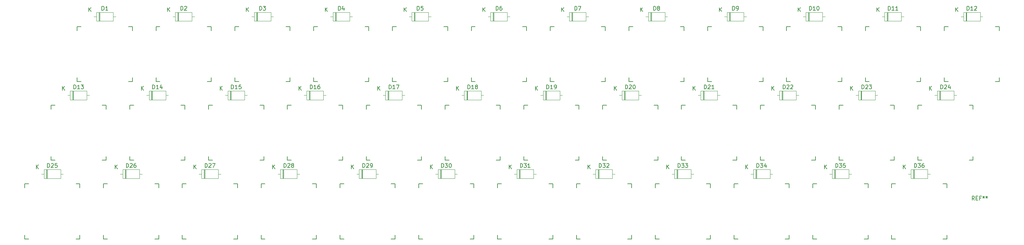
<source format=gbr>
%TF.GenerationSoftware,KiCad,Pcbnew,8.0.6*%
%TF.CreationDate,2026-02-10T22:10:33+01:00*%
%TF.ProjectId,keyboard,6b657962-6f61-4726-942e-6b696361645f,rev?*%
%TF.SameCoordinates,Original*%
%TF.FileFunction,Legend,Top*%
%TF.FilePolarity,Positive*%
%FSLAX46Y46*%
G04 Gerber Fmt 4.6, Leading zero omitted, Abs format (unit mm)*
G04 Created by KiCad (PCBNEW 8.0.6) date 2026-02-10 22:10:33*
%MOMM*%
%LPD*%
G01*
G04 APERTURE LIST*
%ADD10C,0.150000*%
%ADD11C,0.120000*%
G04 APERTURE END LIST*
D10*
X271166666Y-81654819D02*
X270833333Y-81178628D01*
X270595238Y-81654819D02*
X270595238Y-80654819D01*
X270595238Y-80654819D02*
X270976190Y-80654819D01*
X270976190Y-80654819D02*
X271071428Y-80702438D01*
X271071428Y-80702438D02*
X271119047Y-80750057D01*
X271119047Y-80750057D02*
X271166666Y-80845295D01*
X271166666Y-80845295D02*
X271166666Y-80988152D01*
X271166666Y-80988152D02*
X271119047Y-81083390D01*
X271119047Y-81083390D02*
X271071428Y-81131009D01*
X271071428Y-81131009D02*
X270976190Y-81178628D01*
X270976190Y-81178628D02*
X270595238Y-81178628D01*
X271595238Y-81131009D02*
X271928571Y-81131009D01*
X272071428Y-81654819D02*
X271595238Y-81654819D01*
X271595238Y-81654819D02*
X271595238Y-80654819D01*
X271595238Y-80654819D02*
X272071428Y-80654819D01*
X272833333Y-81131009D02*
X272500000Y-81131009D01*
X272500000Y-81654819D02*
X272500000Y-80654819D01*
X272500000Y-80654819D02*
X272976190Y-80654819D01*
X273500000Y-80654819D02*
X273500000Y-80892914D01*
X273261905Y-80797676D02*
X273500000Y-80892914D01*
X273500000Y-80892914D02*
X273738095Y-80797676D01*
X273357143Y-81083390D02*
X273500000Y-80892914D01*
X273500000Y-80892914D02*
X273642857Y-81083390D01*
X274261905Y-80654819D02*
X274261905Y-80892914D01*
X274023810Y-80797676D02*
X274261905Y-80892914D01*
X274261905Y-80892914D02*
X274500000Y-80797676D01*
X274119048Y-81083390D02*
X274261905Y-80892914D01*
X274261905Y-80892914D02*
X274404762Y-81083390D01*
X75952381Y-73334819D02*
X75952381Y-72334819D01*
X75952381Y-72334819D02*
X76190476Y-72334819D01*
X76190476Y-72334819D02*
X76333333Y-72382438D01*
X76333333Y-72382438D02*
X76428571Y-72477676D01*
X76428571Y-72477676D02*
X76476190Y-72572914D01*
X76476190Y-72572914D02*
X76523809Y-72763390D01*
X76523809Y-72763390D02*
X76523809Y-72906247D01*
X76523809Y-72906247D02*
X76476190Y-73096723D01*
X76476190Y-73096723D02*
X76428571Y-73191961D01*
X76428571Y-73191961D02*
X76333333Y-73287200D01*
X76333333Y-73287200D02*
X76190476Y-73334819D01*
X76190476Y-73334819D02*
X75952381Y-73334819D01*
X76904762Y-72430057D02*
X76952381Y-72382438D01*
X76952381Y-72382438D02*
X77047619Y-72334819D01*
X77047619Y-72334819D02*
X77285714Y-72334819D01*
X77285714Y-72334819D02*
X77380952Y-72382438D01*
X77380952Y-72382438D02*
X77428571Y-72430057D01*
X77428571Y-72430057D02*
X77476190Y-72525295D01*
X77476190Y-72525295D02*
X77476190Y-72620533D01*
X77476190Y-72620533D02*
X77428571Y-72763390D01*
X77428571Y-72763390D02*
X76857143Y-73334819D01*
X76857143Y-73334819D02*
X77476190Y-73334819D01*
X77809524Y-72334819D02*
X78476190Y-72334819D01*
X78476190Y-72334819D02*
X78047619Y-73334819D01*
X73094762Y-73654819D02*
X73094762Y-72654819D01*
X73666190Y-73654819D02*
X73237619Y-73083390D01*
X73666190Y-72654819D02*
X73094762Y-73226247D01*
X175952381Y-73334819D02*
X175952381Y-72334819D01*
X175952381Y-72334819D02*
X176190476Y-72334819D01*
X176190476Y-72334819D02*
X176333333Y-72382438D01*
X176333333Y-72382438D02*
X176428571Y-72477676D01*
X176428571Y-72477676D02*
X176476190Y-72572914D01*
X176476190Y-72572914D02*
X176523809Y-72763390D01*
X176523809Y-72763390D02*
X176523809Y-72906247D01*
X176523809Y-72906247D02*
X176476190Y-73096723D01*
X176476190Y-73096723D02*
X176428571Y-73191961D01*
X176428571Y-73191961D02*
X176333333Y-73287200D01*
X176333333Y-73287200D02*
X176190476Y-73334819D01*
X176190476Y-73334819D02*
X175952381Y-73334819D01*
X176857143Y-72334819D02*
X177476190Y-72334819D01*
X177476190Y-72334819D02*
X177142857Y-72715771D01*
X177142857Y-72715771D02*
X177285714Y-72715771D01*
X177285714Y-72715771D02*
X177380952Y-72763390D01*
X177380952Y-72763390D02*
X177428571Y-72811009D01*
X177428571Y-72811009D02*
X177476190Y-72906247D01*
X177476190Y-72906247D02*
X177476190Y-73144342D01*
X177476190Y-73144342D02*
X177428571Y-73239580D01*
X177428571Y-73239580D02*
X177380952Y-73287200D01*
X177380952Y-73287200D02*
X177285714Y-73334819D01*
X177285714Y-73334819D02*
X177000000Y-73334819D01*
X177000000Y-73334819D02*
X176904762Y-73287200D01*
X176904762Y-73287200D02*
X176857143Y-73239580D01*
X177857143Y-72430057D02*
X177904762Y-72382438D01*
X177904762Y-72382438D02*
X178000000Y-72334819D01*
X178000000Y-72334819D02*
X178238095Y-72334819D01*
X178238095Y-72334819D02*
X178333333Y-72382438D01*
X178333333Y-72382438D02*
X178380952Y-72430057D01*
X178380952Y-72430057D02*
X178428571Y-72525295D01*
X178428571Y-72525295D02*
X178428571Y-72620533D01*
X178428571Y-72620533D02*
X178380952Y-72763390D01*
X178380952Y-72763390D02*
X177809524Y-73334819D01*
X177809524Y-73334819D02*
X178428571Y-73334819D01*
X173094762Y-73654819D02*
X173094762Y-72654819D01*
X173666190Y-73654819D02*
X173237619Y-73083390D01*
X173666190Y-72654819D02*
X173094762Y-73226247D01*
X229285714Y-33334819D02*
X229285714Y-32334819D01*
X229285714Y-32334819D02*
X229523809Y-32334819D01*
X229523809Y-32334819D02*
X229666666Y-32382438D01*
X229666666Y-32382438D02*
X229761904Y-32477676D01*
X229761904Y-32477676D02*
X229809523Y-32572914D01*
X229809523Y-32572914D02*
X229857142Y-32763390D01*
X229857142Y-32763390D02*
X229857142Y-32906247D01*
X229857142Y-32906247D02*
X229809523Y-33096723D01*
X229809523Y-33096723D02*
X229761904Y-33191961D01*
X229761904Y-33191961D02*
X229666666Y-33287200D01*
X229666666Y-33287200D02*
X229523809Y-33334819D01*
X229523809Y-33334819D02*
X229285714Y-33334819D01*
X230809523Y-33334819D02*
X230238095Y-33334819D01*
X230523809Y-33334819D02*
X230523809Y-32334819D01*
X230523809Y-32334819D02*
X230428571Y-32477676D01*
X230428571Y-32477676D02*
X230333333Y-32572914D01*
X230333333Y-32572914D02*
X230238095Y-32620533D01*
X231428571Y-32334819D02*
X231523809Y-32334819D01*
X231523809Y-32334819D02*
X231619047Y-32382438D01*
X231619047Y-32382438D02*
X231666666Y-32430057D01*
X231666666Y-32430057D02*
X231714285Y-32525295D01*
X231714285Y-32525295D02*
X231761904Y-32715771D01*
X231761904Y-32715771D02*
X231761904Y-32953866D01*
X231761904Y-32953866D02*
X231714285Y-33144342D01*
X231714285Y-33144342D02*
X231666666Y-33239580D01*
X231666666Y-33239580D02*
X231619047Y-33287200D01*
X231619047Y-33287200D02*
X231523809Y-33334819D01*
X231523809Y-33334819D02*
X231428571Y-33334819D01*
X231428571Y-33334819D02*
X231333333Y-33287200D01*
X231333333Y-33287200D02*
X231285714Y-33239580D01*
X231285714Y-33239580D02*
X231238095Y-33144342D01*
X231238095Y-33144342D02*
X231190476Y-32953866D01*
X231190476Y-32953866D02*
X231190476Y-32715771D01*
X231190476Y-32715771D02*
X231238095Y-32525295D01*
X231238095Y-32525295D02*
X231285714Y-32430057D01*
X231285714Y-32430057D02*
X231333333Y-32382438D01*
X231333333Y-32382438D02*
X231428571Y-32334819D01*
X226428095Y-33654819D02*
X226428095Y-32654819D01*
X226999523Y-33654819D02*
X226570952Y-33083390D01*
X226999523Y-32654819D02*
X226428095Y-33226247D01*
X55952381Y-73334819D02*
X55952381Y-72334819D01*
X55952381Y-72334819D02*
X56190476Y-72334819D01*
X56190476Y-72334819D02*
X56333333Y-72382438D01*
X56333333Y-72382438D02*
X56428571Y-72477676D01*
X56428571Y-72477676D02*
X56476190Y-72572914D01*
X56476190Y-72572914D02*
X56523809Y-72763390D01*
X56523809Y-72763390D02*
X56523809Y-72906247D01*
X56523809Y-72906247D02*
X56476190Y-73096723D01*
X56476190Y-73096723D02*
X56428571Y-73191961D01*
X56428571Y-73191961D02*
X56333333Y-73287200D01*
X56333333Y-73287200D02*
X56190476Y-73334819D01*
X56190476Y-73334819D02*
X55952381Y-73334819D01*
X56904762Y-72430057D02*
X56952381Y-72382438D01*
X56952381Y-72382438D02*
X57047619Y-72334819D01*
X57047619Y-72334819D02*
X57285714Y-72334819D01*
X57285714Y-72334819D02*
X57380952Y-72382438D01*
X57380952Y-72382438D02*
X57428571Y-72430057D01*
X57428571Y-72430057D02*
X57476190Y-72525295D01*
X57476190Y-72525295D02*
X57476190Y-72620533D01*
X57476190Y-72620533D02*
X57428571Y-72763390D01*
X57428571Y-72763390D02*
X56857143Y-73334819D01*
X56857143Y-73334819D02*
X57476190Y-73334819D01*
X58333333Y-72334819D02*
X58142857Y-72334819D01*
X58142857Y-72334819D02*
X58047619Y-72382438D01*
X58047619Y-72382438D02*
X58000000Y-72430057D01*
X58000000Y-72430057D02*
X57904762Y-72572914D01*
X57904762Y-72572914D02*
X57857143Y-72763390D01*
X57857143Y-72763390D02*
X57857143Y-73144342D01*
X57857143Y-73144342D02*
X57904762Y-73239580D01*
X57904762Y-73239580D02*
X57952381Y-73287200D01*
X57952381Y-73287200D02*
X58047619Y-73334819D01*
X58047619Y-73334819D02*
X58238095Y-73334819D01*
X58238095Y-73334819D02*
X58333333Y-73287200D01*
X58333333Y-73287200D02*
X58380952Y-73239580D01*
X58380952Y-73239580D02*
X58428571Y-73144342D01*
X58428571Y-73144342D02*
X58428571Y-72906247D01*
X58428571Y-72906247D02*
X58380952Y-72811009D01*
X58380952Y-72811009D02*
X58333333Y-72763390D01*
X58333333Y-72763390D02*
X58238095Y-72715771D01*
X58238095Y-72715771D02*
X58047619Y-72715771D01*
X58047619Y-72715771D02*
X57952381Y-72763390D01*
X57952381Y-72763390D02*
X57904762Y-72811009D01*
X57904762Y-72811009D02*
X57857143Y-72906247D01*
X53094762Y-73654819D02*
X53094762Y-72654819D01*
X53666190Y-73654819D02*
X53237619Y-73083390D01*
X53666190Y-72654819D02*
X53094762Y-73226247D01*
X222619047Y-53334819D02*
X222619047Y-52334819D01*
X222619047Y-52334819D02*
X222857142Y-52334819D01*
X222857142Y-52334819D02*
X222999999Y-52382438D01*
X222999999Y-52382438D02*
X223095237Y-52477676D01*
X223095237Y-52477676D02*
X223142856Y-52572914D01*
X223142856Y-52572914D02*
X223190475Y-52763390D01*
X223190475Y-52763390D02*
X223190475Y-52906247D01*
X223190475Y-52906247D02*
X223142856Y-53096723D01*
X223142856Y-53096723D02*
X223095237Y-53191961D01*
X223095237Y-53191961D02*
X222999999Y-53287200D01*
X222999999Y-53287200D02*
X222857142Y-53334819D01*
X222857142Y-53334819D02*
X222619047Y-53334819D01*
X223571428Y-52430057D02*
X223619047Y-52382438D01*
X223619047Y-52382438D02*
X223714285Y-52334819D01*
X223714285Y-52334819D02*
X223952380Y-52334819D01*
X223952380Y-52334819D02*
X224047618Y-52382438D01*
X224047618Y-52382438D02*
X224095237Y-52430057D01*
X224095237Y-52430057D02*
X224142856Y-52525295D01*
X224142856Y-52525295D02*
X224142856Y-52620533D01*
X224142856Y-52620533D02*
X224095237Y-52763390D01*
X224095237Y-52763390D02*
X223523809Y-53334819D01*
X223523809Y-53334819D02*
X224142856Y-53334819D01*
X224523809Y-52430057D02*
X224571428Y-52382438D01*
X224571428Y-52382438D02*
X224666666Y-52334819D01*
X224666666Y-52334819D02*
X224904761Y-52334819D01*
X224904761Y-52334819D02*
X224999999Y-52382438D01*
X224999999Y-52382438D02*
X225047618Y-52430057D01*
X225047618Y-52430057D02*
X225095237Y-52525295D01*
X225095237Y-52525295D02*
X225095237Y-52620533D01*
X225095237Y-52620533D02*
X225047618Y-52763390D01*
X225047618Y-52763390D02*
X224476190Y-53334819D01*
X224476190Y-53334819D02*
X225095237Y-53334819D01*
X219761428Y-53654819D02*
X219761428Y-52654819D01*
X220332856Y-53654819D02*
X219904285Y-53083390D01*
X220332856Y-52654819D02*
X219761428Y-53226247D01*
X42619047Y-53334819D02*
X42619047Y-52334819D01*
X42619047Y-52334819D02*
X42857142Y-52334819D01*
X42857142Y-52334819D02*
X42999999Y-52382438D01*
X42999999Y-52382438D02*
X43095237Y-52477676D01*
X43095237Y-52477676D02*
X43142856Y-52572914D01*
X43142856Y-52572914D02*
X43190475Y-52763390D01*
X43190475Y-52763390D02*
X43190475Y-52906247D01*
X43190475Y-52906247D02*
X43142856Y-53096723D01*
X43142856Y-53096723D02*
X43095237Y-53191961D01*
X43095237Y-53191961D02*
X42999999Y-53287200D01*
X42999999Y-53287200D02*
X42857142Y-53334819D01*
X42857142Y-53334819D02*
X42619047Y-53334819D01*
X44142856Y-53334819D02*
X43571428Y-53334819D01*
X43857142Y-53334819D02*
X43857142Y-52334819D01*
X43857142Y-52334819D02*
X43761904Y-52477676D01*
X43761904Y-52477676D02*
X43666666Y-52572914D01*
X43666666Y-52572914D02*
X43571428Y-52620533D01*
X44476190Y-52334819D02*
X45095237Y-52334819D01*
X45095237Y-52334819D02*
X44761904Y-52715771D01*
X44761904Y-52715771D02*
X44904761Y-52715771D01*
X44904761Y-52715771D02*
X44999999Y-52763390D01*
X44999999Y-52763390D02*
X45047618Y-52811009D01*
X45047618Y-52811009D02*
X45095237Y-52906247D01*
X45095237Y-52906247D02*
X45095237Y-53144342D01*
X45095237Y-53144342D02*
X45047618Y-53239580D01*
X45047618Y-53239580D02*
X44999999Y-53287200D01*
X44999999Y-53287200D02*
X44904761Y-53334819D01*
X44904761Y-53334819D02*
X44619047Y-53334819D01*
X44619047Y-53334819D02*
X44523809Y-53287200D01*
X44523809Y-53287200D02*
X44476190Y-53239580D01*
X39761428Y-53654819D02*
X39761428Y-52654819D01*
X40332856Y-53654819D02*
X39904285Y-53083390D01*
X40332856Y-52654819D02*
X39761428Y-53226247D01*
X122619047Y-53334819D02*
X122619047Y-52334819D01*
X122619047Y-52334819D02*
X122857142Y-52334819D01*
X122857142Y-52334819D02*
X122999999Y-52382438D01*
X122999999Y-52382438D02*
X123095237Y-52477676D01*
X123095237Y-52477676D02*
X123142856Y-52572914D01*
X123142856Y-52572914D02*
X123190475Y-52763390D01*
X123190475Y-52763390D02*
X123190475Y-52906247D01*
X123190475Y-52906247D02*
X123142856Y-53096723D01*
X123142856Y-53096723D02*
X123095237Y-53191961D01*
X123095237Y-53191961D02*
X122999999Y-53287200D01*
X122999999Y-53287200D02*
X122857142Y-53334819D01*
X122857142Y-53334819D02*
X122619047Y-53334819D01*
X124142856Y-53334819D02*
X123571428Y-53334819D01*
X123857142Y-53334819D02*
X123857142Y-52334819D01*
X123857142Y-52334819D02*
X123761904Y-52477676D01*
X123761904Y-52477676D02*
X123666666Y-52572914D01*
X123666666Y-52572914D02*
X123571428Y-52620533D01*
X124476190Y-52334819D02*
X125142856Y-52334819D01*
X125142856Y-52334819D02*
X124714285Y-53334819D01*
X119761428Y-53654819D02*
X119761428Y-52654819D01*
X120332856Y-53654819D02*
X119904285Y-53083390D01*
X120332856Y-52654819D02*
X119761428Y-53226247D01*
X82619047Y-53334819D02*
X82619047Y-52334819D01*
X82619047Y-52334819D02*
X82857142Y-52334819D01*
X82857142Y-52334819D02*
X82999999Y-52382438D01*
X82999999Y-52382438D02*
X83095237Y-52477676D01*
X83095237Y-52477676D02*
X83142856Y-52572914D01*
X83142856Y-52572914D02*
X83190475Y-52763390D01*
X83190475Y-52763390D02*
X83190475Y-52906247D01*
X83190475Y-52906247D02*
X83142856Y-53096723D01*
X83142856Y-53096723D02*
X83095237Y-53191961D01*
X83095237Y-53191961D02*
X82999999Y-53287200D01*
X82999999Y-53287200D02*
X82857142Y-53334819D01*
X82857142Y-53334819D02*
X82619047Y-53334819D01*
X84142856Y-53334819D02*
X83571428Y-53334819D01*
X83857142Y-53334819D02*
X83857142Y-52334819D01*
X83857142Y-52334819D02*
X83761904Y-52477676D01*
X83761904Y-52477676D02*
X83666666Y-52572914D01*
X83666666Y-52572914D02*
X83571428Y-52620533D01*
X85047618Y-52334819D02*
X84571428Y-52334819D01*
X84571428Y-52334819D02*
X84523809Y-52811009D01*
X84523809Y-52811009D02*
X84571428Y-52763390D01*
X84571428Y-52763390D02*
X84666666Y-52715771D01*
X84666666Y-52715771D02*
X84904761Y-52715771D01*
X84904761Y-52715771D02*
X84999999Y-52763390D01*
X84999999Y-52763390D02*
X85047618Y-52811009D01*
X85047618Y-52811009D02*
X85095237Y-52906247D01*
X85095237Y-52906247D02*
X85095237Y-53144342D01*
X85095237Y-53144342D02*
X85047618Y-53239580D01*
X85047618Y-53239580D02*
X84999999Y-53287200D01*
X84999999Y-53287200D02*
X84904761Y-53334819D01*
X84904761Y-53334819D02*
X84666666Y-53334819D01*
X84666666Y-53334819D02*
X84571428Y-53287200D01*
X84571428Y-53287200D02*
X84523809Y-53239580D01*
X79761428Y-53654819D02*
X79761428Y-52654819D01*
X80332856Y-53654819D02*
X79904285Y-53083390D01*
X80332856Y-52654819D02*
X79761428Y-53226247D01*
X89761905Y-33334819D02*
X89761905Y-32334819D01*
X89761905Y-32334819D02*
X90000000Y-32334819D01*
X90000000Y-32334819D02*
X90142857Y-32382438D01*
X90142857Y-32382438D02*
X90238095Y-32477676D01*
X90238095Y-32477676D02*
X90285714Y-32572914D01*
X90285714Y-32572914D02*
X90333333Y-32763390D01*
X90333333Y-32763390D02*
X90333333Y-32906247D01*
X90333333Y-32906247D02*
X90285714Y-33096723D01*
X90285714Y-33096723D02*
X90238095Y-33191961D01*
X90238095Y-33191961D02*
X90142857Y-33287200D01*
X90142857Y-33287200D02*
X90000000Y-33334819D01*
X90000000Y-33334819D02*
X89761905Y-33334819D01*
X90666667Y-32334819D02*
X91285714Y-32334819D01*
X91285714Y-32334819D02*
X90952381Y-32715771D01*
X90952381Y-32715771D02*
X91095238Y-32715771D01*
X91095238Y-32715771D02*
X91190476Y-32763390D01*
X91190476Y-32763390D02*
X91238095Y-32811009D01*
X91238095Y-32811009D02*
X91285714Y-32906247D01*
X91285714Y-32906247D02*
X91285714Y-33144342D01*
X91285714Y-33144342D02*
X91238095Y-33239580D01*
X91238095Y-33239580D02*
X91190476Y-33287200D01*
X91190476Y-33287200D02*
X91095238Y-33334819D01*
X91095238Y-33334819D02*
X90809524Y-33334819D01*
X90809524Y-33334819D02*
X90714286Y-33287200D01*
X90714286Y-33287200D02*
X90666667Y-33239580D01*
X86428095Y-33654819D02*
X86428095Y-32654819D01*
X86999523Y-33654819D02*
X86570952Y-33083390D01*
X86999523Y-32654819D02*
X86428095Y-33226247D01*
X202619047Y-53334819D02*
X202619047Y-52334819D01*
X202619047Y-52334819D02*
X202857142Y-52334819D01*
X202857142Y-52334819D02*
X202999999Y-52382438D01*
X202999999Y-52382438D02*
X203095237Y-52477676D01*
X203095237Y-52477676D02*
X203142856Y-52572914D01*
X203142856Y-52572914D02*
X203190475Y-52763390D01*
X203190475Y-52763390D02*
X203190475Y-52906247D01*
X203190475Y-52906247D02*
X203142856Y-53096723D01*
X203142856Y-53096723D02*
X203095237Y-53191961D01*
X203095237Y-53191961D02*
X202999999Y-53287200D01*
X202999999Y-53287200D02*
X202857142Y-53334819D01*
X202857142Y-53334819D02*
X202619047Y-53334819D01*
X203571428Y-52430057D02*
X203619047Y-52382438D01*
X203619047Y-52382438D02*
X203714285Y-52334819D01*
X203714285Y-52334819D02*
X203952380Y-52334819D01*
X203952380Y-52334819D02*
X204047618Y-52382438D01*
X204047618Y-52382438D02*
X204095237Y-52430057D01*
X204095237Y-52430057D02*
X204142856Y-52525295D01*
X204142856Y-52525295D02*
X204142856Y-52620533D01*
X204142856Y-52620533D02*
X204095237Y-52763390D01*
X204095237Y-52763390D02*
X203523809Y-53334819D01*
X203523809Y-53334819D02*
X204142856Y-53334819D01*
X205095237Y-53334819D02*
X204523809Y-53334819D01*
X204809523Y-53334819D02*
X204809523Y-52334819D01*
X204809523Y-52334819D02*
X204714285Y-52477676D01*
X204714285Y-52477676D02*
X204619047Y-52572914D01*
X204619047Y-52572914D02*
X204523809Y-52620533D01*
X199761428Y-53654819D02*
X199761428Y-52654819D01*
X200332856Y-53654819D02*
X199904285Y-53083390D01*
X200332856Y-52654819D02*
X199761428Y-53226247D01*
X209761905Y-33334819D02*
X209761905Y-32334819D01*
X209761905Y-32334819D02*
X210000000Y-32334819D01*
X210000000Y-32334819D02*
X210142857Y-32382438D01*
X210142857Y-32382438D02*
X210238095Y-32477676D01*
X210238095Y-32477676D02*
X210285714Y-32572914D01*
X210285714Y-32572914D02*
X210333333Y-32763390D01*
X210333333Y-32763390D02*
X210333333Y-32906247D01*
X210333333Y-32906247D02*
X210285714Y-33096723D01*
X210285714Y-33096723D02*
X210238095Y-33191961D01*
X210238095Y-33191961D02*
X210142857Y-33287200D01*
X210142857Y-33287200D02*
X210000000Y-33334819D01*
X210000000Y-33334819D02*
X209761905Y-33334819D01*
X210809524Y-33334819D02*
X211000000Y-33334819D01*
X211000000Y-33334819D02*
X211095238Y-33287200D01*
X211095238Y-33287200D02*
X211142857Y-33239580D01*
X211142857Y-33239580D02*
X211238095Y-33096723D01*
X211238095Y-33096723D02*
X211285714Y-32906247D01*
X211285714Y-32906247D02*
X211285714Y-32525295D01*
X211285714Y-32525295D02*
X211238095Y-32430057D01*
X211238095Y-32430057D02*
X211190476Y-32382438D01*
X211190476Y-32382438D02*
X211095238Y-32334819D01*
X211095238Y-32334819D02*
X210904762Y-32334819D01*
X210904762Y-32334819D02*
X210809524Y-32382438D01*
X210809524Y-32382438D02*
X210761905Y-32430057D01*
X210761905Y-32430057D02*
X210714286Y-32525295D01*
X210714286Y-32525295D02*
X210714286Y-32763390D01*
X210714286Y-32763390D02*
X210761905Y-32858628D01*
X210761905Y-32858628D02*
X210809524Y-32906247D01*
X210809524Y-32906247D02*
X210904762Y-32953866D01*
X210904762Y-32953866D02*
X211095238Y-32953866D01*
X211095238Y-32953866D02*
X211190476Y-32906247D01*
X211190476Y-32906247D02*
X211238095Y-32858628D01*
X211238095Y-32858628D02*
X211285714Y-32763390D01*
X206428095Y-33654819D02*
X206428095Y-32654819D01*
X206999523Y-33654819D02*
X206570952Y-33083390D01*
X206999523Y-32654819D02*
X206428095Y-33226247D01*
X269285714Y-33334819D02*
X269285714Y-32334819D01*
X269285714Y-32334819D02*
X269523809Y-32334819D01*
X269523809Y-32334819D02*
X269666666Y-32382438D01*
X269666666Y-32382438D02*
X269761904Y-32477676D01*
X269761904Y-32477676D02*
X269809523Y-32572914D01*
X269809523Y-32572914D02*
X269857142Y-32763390D01*
X269857142Y-32763390D02*
X269857142Y-32906247D01*
X269857142Y-32906247D02*
X269809523Y-33096723D01*
X269809523Y-33096723D02*
X269761904Y-33191961D01*
X269761904Y-33191961D02*
X269666666Y-33287200D01*
X269666666Y-33287200D02*
X269523809Y-33334819D01*
X269523809Y-33334819D02*
X269285714Y-33334819D01*
X270809523Y-33334819D02*
X270238095Y-33334819D01*
X270523809Y-33334819D02*
X270523809Y-32334819D01*
X270523809Y-32334819D02*
X270428571Y-32477676D01*
X270428571Y-32477676D02*
X270333333Y-32572914D01*
X270333333Y-32572914D02*
X270238095Y-32620533D01*
X271190476Y-32430057D02*
X271238095Y-32382438D01*
X271238095Y-32382438D02*
X271333333Y-32334819D01*
X271333333Y-32334819D02*
X271571428Y-32334819D01*
X271571428Y-32334819D02*
X271666666Y-32382438D01*
X271666666Y-32382438D02*
X271714285Y-32430057D01*
X271714285Y-32430057D02*
X271761904Y-32525295D01*
X271761904Y-32525295D02*
X271761904Y-32620533D01*
X271761904Y-32620533D02*
X271714285Y-32763390D01*
X271714285Y-32763390D02*
X271142857Y-33334819D01*
X271142857Y-33334819D02*
X271761904Y-33334819D01*
X266428095Y-33654819D02*
X266428095Y-32654819D01*
X266999523Y-33654819D02*
X266570952Y-33083390D01*
X266999523Y-32654819D02*
X266428095Y-33226247D01*
X95952381Y-73334819D02*
X95952381Y-72334819D01*
X95952381Y-72334819D02*
X96190476Y-72334819D01*
X96190476Y-72334819D02*
X96333333Y-72382438D01*
X96333333Y-72382438D02*
X96428571Y-72477676D01*
X96428571Y-72477676D02*
X96476190Y-72572914D01*
X96476190Y-72572914D02*
X96523809Y-72763390D01*
X96523809Y-72763390D02*
X96523809Y-72906247D01*
X96523809Y-72906247D02*
X96476190Y-73096723D01*
X96476190Y-73096723D02*
X96428571Y-73191961D01*
X96428571Y-73191961D02*
X96333333Y-73287200D01*
X96333333Y-73287200D02*
X96190476Y-73334819D01*
X96190476Y-73334819D02*
X95952381Y-73334819D01*
X96904762Y-72430057D02*
X96952381Y-72382438D01*
X96952381Y-72382438D02*
X97047619Y-72334819D01*
X97047619Y-72334819D02*
X97285714Y-72334819D01*
X97285714Y-72334819D02*
X97380952Y-72382438D01*
X97380952Y-72382438D02*
X97428571Y-72430057D01*
X97428571Y-72430057D02*
X97476190Y-72525295D01*
X97476190Y-72525295D02*
X97476190Y-72620533D01*
X97476190Y-72620533D02*
X97428571Y-72763390D01*
X97428571Y-72763390D02*
X96857143Y-73334819D01*
X96857143Y-73334819D02*
X97476190Y-73334819D01*
X98047619Y-72763390D02*
X97952381Y-72715771D01*
X97952381Y-72715771D02*
X97904762Y-72668152D01*
X97904762Y-72668152D02*
X97857143Y-72572914D01*
X97857143Y-72572914D02*
X97857143Y-72525295D01*
X97857143Y-72525295D02*
X97904762Y-72430057D01*
X97904762Y-72430057D02*
X97952381Y-72382438D01*
X97952381Y-72382438D02*
X98047619Y-72334819D01*
X98047619Y-72334819D02*
X98238095Y-72334819D01*
X98238095Y-72334819D02*
X98333333Y-72382438D01*
X98333333Y-72382438D02*
X98380952Y-72430057D01*
X98380952Y-72430057D02*
X98428571Y-72525295D01*
X98428571Y-72525295D02*
X98428571Y-72572914D01*
X98428571Y-72572914D02*
X98380952Y-72668152D01*
X98380952Y-72668152D02*
X98333333Y-72715771D01*
X98333333Y-72715771D02*
X98238095Y-72763390D01*
X98238095Y-72763390D02*
X98047619Y-72763390D01*
X98047619Y-72763390D02*
X97952381Y-72811009D01*
X97952381Y-72811009D02*
X97904762Y-72858628D01*
X97904762Y-72858628D02*
X97857143Y-72953866D01*
X97857143Y-72953866D02*
X97857143Y-73144342D01*
X97857143Y-73144342D02*
X97904762Y-73239580D01*
X97904762Y-73239580D02*
X97952381Y-73287200D01*
X97952381Y-73287200D02*
X98047619Y-73334819D01*
X98047619Y-73334819D02*
X98238095Y-73334819D01*
X98238095Y-73334819D02*
X98333333Y-73287200D01*
X98333333Y-73287200D02*
X98380952Y-73239580D01*
X98380952Y-73239580D02*
X98428571Y-73144342D01*
X98428571Y-73144342D02*
X98428571Y-72953866D01*
X98428571Y-72953866D02*
X98380952Y-72858628D01*
X98380952Y-72858628D02*
X98333333Y-72811009D01*
X98333333Y-72811009D02*
X98238095Y-72763390D01*
X93094762Y-73654819D02*
X93094762Y-72654819D01*
X93666190Y-73654819D02*
X93237619Y-73083390D01*
X93666190Y-72654819D02*
X93094762Y-73226247D01*
X49761905Y-33334819D02*
X49761905Y-32334819D01*
X49761905Y-32334819D02*
X50000000Y-32334819D01*
X50000000Y-32334819D02*
X50142857Y-32382438D01*
X50142857Y-32382438D02*
X50238095Y-32477676D01*
X50238095Y-32477676D02*
X50285714Y-32572914D01*
X50285714Y-32572914D02*
X50333333Y-32763390D01*
X50333333Y-32763390D02*
X50333333Y-32906247D01*
X50333333Y-32906247D02*
X50285714Y-33096723D01*
X50285714Y-33096723D02*
X50238095Y-33191961D01*
X50238095Y-33191961D02*
X50142857Y-33287200D01*
X50142857Y-33287200D02*
X50000000Y-33334819D01*
X50000000Y-33334819D02*
X49761905Y-33334819D01*
X51285714Y-33334819D02*
X50714286Y-33334819D01*
X51000000Y-33334819D02*
X51000000Y-32334819D01*
X51000000Y-32334819D02*
X50904762Y-32477676D01*
X50904762Y-32477676D02*
X50809524Y-32572914D01*
X50809524Y-32572914D02*
X50714286Y-32620533D01*
X46428095Y-33654819D02*
X46428095Y-32654819D01*
X46999523Y-33654819D02*
X46570952Y-33083390D01*
X46999523Y-32654819D02*
X46428095Y-33226247D01*
X155952381Y-73334819D02*
X155952381Y-72334819D01*
X155952381Y-72334819D02*
X156190476Y-72334819D01*
X156190476Y-72334819D02*
X156333333Y-72382438D01*
X156333333Y-72382438D02*
X156428571Y-72477676D01*
X156428571Y-72477676D02*
X156476190Y-72572914D01*
X156476190Y-72572914D02*
X156523809Y-72763390D01*
X156523809Y-72763390D02*
X156523809Y-72906247D01*
X156523809Y-72906247D02*
X156476190Y-73096723D01*
X156476190Y-73096723D02*
X156428571Y-73191961D01*
X156428571Y-73191961D02*
X156333333Y-73287200D01*
X156333333Y-73287200D02*
X156190476Y-73334819D01*
X156190476Y-73334819D02*
X155952381Y-73334819D01*
X156857143Y-72334819D02*
X157476190Y-72334819D01*
X157476190Y-72334819D02*
X157142857Y-72715771D01*
X157142857Y-72715771D02*
X157285714Y-72715771D01*
X157285714Y-72715771D02*
X157380952Y-72763390D01*
X157380952Y-72763390D02*
X157428571Y-72811009D01*
X157428571Y-72811009D02*
X157476190Y-72906247D01*
X157476190Y-72906247D02*
X157476190Y-73144342D01*
X157476190Y-73144342D02*
X157428571Y-73239580D01*
X157428571Y-73239580D02*
X157380952Y-73287200D01*
X157380952Y-73287200D02*
X157285714Y-73334819D01*
X157285714Y-73334819D02*
X157000000Y-73334819D01*
X157000000Y-73334819D02*
X156904762Y-73287200D01*
X156904762Y-73287200D02*
X156857143Y-73239580D01*
X158428571Y-73334819D02*
X157857143Y-73334819D01*
X158142857Y-73334819D02*
X158142857Y-72334819D01*
X158142857Y-72334819D02*
X158047619Y-72477676D01*
X158047619Y-72477676D02*
X157952381Y-72572914D01*
X157952381Y-72572914D02*
X157857143Y-72620533D01*
X153094762Y-73654819D02*
X153094762Y-72654819D01*
X153666190Y-73654819D02*
X153237619Y-73083390D01*
X153666190Y-72654819D02*
X153094762Y-73226247D01*
X195952381Y-73334819D02*
X195952381Y-72334819D01*
X195952381Y-72334819D02*
X196190476Y-72334819D01*
X196190476Y-72334819D02*
X196333333Y-72382438D01*
X196333333Y-72382438D02*
X196428571Y-72477676D01*
X196428571Y-72477676D02*
X196476190Y-72572914D01*
X196476190Y-72572914D02*
X196523809Y-72763390D01*
X196523809Y-72763390D02*
X196523809Y-72906247D01*
X196523809Y-72906247D02*
X196476190Y-73096723D01*
X196476190Y-73096723D02*
X196428571Y-73191961D01*
X196428571Y-73191961D02*
X196333333Y-73287200D01*
X196333333Y-73287200D02*
X196190476Y-73334819D01*
X196190476Y-73334819D02*
X195952381Y-73334819D01*
X196857143Y-72334819D02*
X197476190Y-72334819D01*
X197476190Y-72334819D02*
X197142857Y-72715771D01*
X197142857Y-72715771D02*
X197285714Y-72715771D01*
X197285714Y-72715771D02*
X197380952Y-72763390D01*
X197380952Y-72763390D02*
X197428571Y-72811009D01*
X197428571Y-72811009D02*
X197476190Y-72906247D01*
X197476190Y-72906247D02*
X197476190Y-73144342D01*
X197476190Y-73144342D02*
X197428571Y-73239580D01*
X197428571Y-73239580D02*
X197380952Y-73287200D01*
X197380952Y-73287200D02*
X197285714Y-73334819D01*
X197285714Y-73334819D02*
X197000000Y-73334819D01*
X197000000Y-73334819D02*
X196904762Y-73287200D01*
X196904762Y-73287200D02*
X196857143Y-73239580D01*
X197809524Y-72334819D02*
X198428571Y-72334819D01*
X198428571Y-72334819D02*
X198095238Y-72715771D01*
X198095238Y-72715771D02*
X198238095Y-72715771D01*
X198238095Y-72715771D02*
X198333333Y-72763390D01*
X198333333Y-72763390D02*
X198380952Y-72811009D01*
X198380952Y-72811009D02*
X198428571Y-72906247D01*
X198428571Y-72906247D02*
X198428571Y-73144342D01*
X198428571Y-73144342D02*
X198380952Y-73239580D01*
X198380952Y-73239580D02*
X198333333Y-73287200D01*
X198333333Y-73287200D02*
X198238095Y-73334819D01*
X198238095Y-73334819D02*
X197952381Y-73334819D01*
X197952381Y-73334819D02*
X197857143Y-73287200D01*
X197857143Y-73287200D02*
X197809524Y-73239580D01*
X193094762Y-73654819D02*
X193094762Y-72654819D01*
X193666190Y-73654819D02*
X193237619Y-73083390D01*
X193666190Y-72654819D02*
X193094762Y-73226247D01*
X102619047Y-53334819D02*
X102619047Y-52334819D01*
X102619047Y-52334819D02*
X102857142Y-52334819D01*
X102857142Y-52334819D02*
X102999999Y-52382438D01*
X102999999Y-52382438D02*
X103095237Y-52477676D01*
X103095237Y-52477676D02*
X103142856Y-52572914D01*
X103142856Y-52572914D02*
X103190475Y-52763390D01*
X103190475Y-52763390D02*
X103190475Y-52906247D01*
X103190475Y-52906247D02*
X103142856Y-53096723D01*
X103142856Y-53096723D02*
X103095237Y-53191961D01*
X103095237Y-53191961D02*
X102999999Y-53287200D01*
X102999999Y-53287200D02*
X102857142Y-53334819D01*
X102857142Y-53334819D02*
X102619047Y-53334819D01*
X104142856Y-53334819D02*
X103571428Y-53334819D01*
X103857142Y-53334819D02*
X103857142Y-52334819D01*
X103857142Y-52334819D02*
X103761904Y-52477676D01*
X103761904Y-52477676D02*
X103666666Y-52572914D01*
X103666666Y-52572914D02*
X103571428Y-52620533D01*
X104999999Y-52334819D02*
X104809523Y-52334819D01*
X104809523Y-52334819D02*
X104714285Y-52382438D01*
X104714285Y-52382438D02*
X104666666Y-52430057D01*
X104666666Y-52430057D02*
X104571428Y-52572914D01*
X104571428Y-52572914D02*
X104523809Y-52763390D01*
X104523809Y-52763390D02*
X104523809Y-53144342D01*
X104523809Y-53144342D02*
X104571428Y-53239580D01*
X104571428Y-53239580D02*
X104619047Y-53287200D01*
X104619047Y-53287200D02*
X104714285Y-53334819D01*
X104714285Y-53334819D02*
X104904761Y-53334819D01*
X104904761Y-53334819D02*
X104999999Y-53287200D01*
X104999999Y-53287200D02*
X105047618Y-53239580D01*
X105047618Y-53239580D02*
X105095237Y-53144342D01*
X105095237Y-53144342D02*
X105095237Y-52906247D01*
X105095237Y-52906247D02*
X105047618Y-52811009D01*
X105047618Y-52811009D02*
X104999999Y-52763390D01*
X104999999Y-52763390D02*
X104904761Y-52715771D01*
X104904761Y-52715771D02*
X104714285Y-52715771D01*
X104714285Y-52715771D02*
X104619047Y-52763390D01*
X104619047Y-52763390D02*
X104571428Y-52811009D01*
X104571428Y-52811009D02*
X104523809Y-52906247D01*
X99761428Y-53654819D02*
X99761428Y-52654819D01*
X100332856Y-53654819D02*
X99904285Y-53083390D01*
X100332856Y-52654819D02*
X99761428Y-53226247D01*
X129761905Y-33334819D02*
X129761905Y-32334819D01*
X129761905Y-32334819D02*
X130000000Y-32334819D01*
X130000000Y-32334819D02*
X130142857Y-32382438D01*
X130142857Y-32382438D02*
X130238095Y-32477676D01*
X130238095Y-32477676D02*
X130285714Y-32572914D01*
X130285714Y-32572914D02*
X130333333Y-32763390D01*
X130333333Y-32763390D02*
X130333333Y-32906247D01*
X130333333Y-32906247D02*
X130285714Y-33096723D01*
X130285714Y-33096723D02*
X130238095Y-33191961D01*
X130238095Y-33191961D02*
X130142857Y-33287200D01*
X130142857Y-33287200D02*
X130000000Y-33334819D01*
X130000000Y-33334819D02*
X129761905Y-33334819D01*
X131238095Y-32334819D02*
X130761905Y-32334819D01*
X130761905Y-32334819D02*
X130714286Y-32811009D01*
X130714286Y-32811009D02*
X130761905Y-32763390D01*
X130761905Y-32763390D02*
X130857143Y-32715771D01*
X130857143Y-32715771D02*
X131095238Y-32715771D01*
X131095238Y-32715771D02*
X131190476Y-32763390D01*
X131190476Y-32763390D02*
X131238095Y-32811009D01*
X131238095Y-32811009D02*
X131285714Y-32906247D01*
X131285714Y-32906247D02*
X131285714Y-33144342D01*
X131285714Y-33144342D02*
X131238095Y-33239580D01*
X131238095Y-33239580D02*
X131190476Y-33287200D01*
X131190476Y-33287200D02*
X131095238Y-33334819D01*
X131095238Y-33334819D02*
X130857143Y-33334819D01*
X130857143Y-33334819D02*
X130761905Y-33287200D01*
X130761905Y-33287200D02*
X130714286Y-33239580D01*
X126428095Y-33654819D02*
X126428095Y-32654819D01*
X126999523Y-33654819D02*
X126570952Y-33083390D01*
X126999523Y-32654819D02*
X126428095Y-33226247D01*
X182619047Y-53334819D02*
X182619047Y-52334819D01*
X182619047Y-52334819D02*
X182857142Y-52334819D01*
X182857142Y-52334819D02*
X182999999Y-52382438D01*
X182999999Y-52382438D02*
X183095237Y-52477676D01*
X183095237Y-52477676D02*
X183142856Y-52572914D01*
X183142856Y-52572914D02*
X183190475Y-52763390D01*
X183190475Y-52763390D02*
X183190475Y-52906247D01*
X183190475Y-52906247D02*
X183142856Y-53096723D01*
X183142856Y-53096723D02*
X183095237Y-53191961D01*
X183095237Y-53191961D02*
X182999999Y-53287200D01*
X182999999Y-53287200D02*
X182857142Y-53334819D01*
X182857142Y-53334819D02*
X182619047Y-53334819D01*
X183571428Y-52430057D02*
X183619047Y-52382438D01*
X183619047Y-52382438D02*
X183714285Y-52334819D01*
X183714285Y-52334819D02*
X183952380Y-52334819D01*
X183952380Y-52334819D02*
X184047618Y-52382438D01*
X184047618Y-52382438D02*
X184095237Y-52430057D01*
X184095237Y-52430057D02*
X184142856Y-52525295D01*
X184142856Y-52525295D02*
X184142856Y-52620533D01*
X184142856Y-52620533D02*
X184095237Y-52763390D01*
X184095237Y-52763390D02*
X183523809Y-53334819D01*
X183523809Y-53334819D02*
X184142856Y-53334819D01*
X184761904Y-52334819D02*
X184857142Y-52334819D01*
X184857142Y-52334819D02*
X184952380Y-52382438D01*
X184952380Y-52382438D02*
X184999999Y-52430057D01*
X184999999Y-52430057D02*
X185047618Y-52525295D01*
X185047618Y-52525295D02*
X185095237Y-52715771D01*
X185095237Y-52715771D02*
X185095237Y-52953866D01*
X185095237Y-52953866D02*
X185047618Y-53144342D01*
X185047618Y-53144342D02*
X184999999Y-53239580D01*
X184999999Y-53239580D02*
X184952380Y-53287200D01*
X184952380Y-53287200D02*
X184857142Y-53334819D01*
X184857142Y-53334819D02*
X184761904Y-53334819D01*
X184761904Y-53334819D02*
X184666666Y-53287200D01*
X184666666Y-53287200D02*
X184619047Y-53239580D01*
X184619047Y-53239580D02*
X184571428Y-53144342D01*
X184571428Y-53144342D02*
X184523809Y-52953866D01*
X184523809Y-52953866D02*
X184523809Y-52715771D01*
X184523809Y-52715771D02*
X184571428Y-52525295D01*
X184571428Y-52525295D02*
X184619047Y-52430057D01*
X184619047Y-52430057D02*
X184666666Y-52382438D01*
X184666666Y-52382438D02*
X184761904Y-52334819D01*
X179761428Y-53654819D02*
X179761428Y-52654819D01*
X180332856Y-53654819D02*
X179904285Y-53083390D01*
X180332856Y-52654819D02*
X179761428Y-53226247D01*
X35952381Y-73334819D02*
X35952381Y-72334819D01*
X35952381Y-72334819D02*
X36190476Y-72334819D01*
X36190476Y-72334819D02*
X36333333Y-72382438D01*
X36333333Y-72382438D02*
X36428571Y-72477676D01*
X36428571Y-72477676D02*
X36476190Y-72572914D01*
X36476190Y-72572914D02*
X36523809Y-72763390D01*
X36523809Y-72763390D02*
X36523809Y-72906247D01*
X36523809Y-72906247D02*
X36476190Y-73096723D01*
X36476190Y-73096723D02*
X36428571Y-73191961D01*
X36428571Y-73191961D02*
X36333333Y-73287200D01*
X36333333Y-73287200D02*
X36190476Y-73334819D01*
X36190476Y-73334819D02*
X35952381Y-73334819D01*
X36904762Y-72430057D02*
X36952381Y-72382438D01*
X36952381Y-72382438D02*
X37047619Y-72334819D01*
X37047619Y-72334819D02*
X37285714Y-72334819D01*
X37285714Y-72334819D02*
X37380952Y-72382438D01*
X37380952Y-72382438D02*
X37428571Y-72430057D01*
X37428571Y-72430057D02*
X37476190Y-72525295D01*
X37476190Y-72525295D02*
X37476190Y-72620533D01*
X37476190Y-72620533D02*
X37428571Y-72763390D01*
X37428571Y-72763390D02*
X36857143Y-73334819D01*
X36857143Y-73334819D02*
X37476190Y-73334819D01*
X38380952Y-72334819D02*
X37904762Y-72334819D01*
X37904762Y-72334819D02*
X37857143Y-72811009D01*
X37857143Y-72811009D02*
X37904762Y-72763390D01*
X37904762Y-72763390D02*
X38000000Y-72715771D01*
X38000000Y-72715771D02*
X38238095Y-72715771D01*
X38238095Y-72715771D02*
X38333333Y-72763390D01*
X38333333Y-72763390D02*
X38380952Y-72811009D01*
X38380952Y-72811009D02*
X38428571Y-72906247D01*
X38428571Y-72906247D02*
X38428571Y-73144342D01*
X38428571Y-73144342D02*
X38380952Y-73239580D01*
X38380952Y-73239580D02*
X38333333Y-73287200D01*
X38333333Y-73287200D02*
X38238095Y-73334819D01*
X38238095Y-73334819D02*
X38000000Y-73334819D01*
X38000000Y-73334819D02*
X37904762Y-73287200D01*
X37904762Y-73287200D02*
X37857143Y-73239580D01*
X33094762Y-73654819D02*
X33094762Y-72654819D01*
X33666190Y-73654819D02*
X33237619Y-73083390D01*
X33666190Y-72654819D02*
X33094762Y-73226247D01*
X189761905Y-33334819D02*
X189761905Y-32334819D01*
X189761905Y-32334819D02*
X190000000Y-32334819D01*
X190000000Y-32334819D02*
X190142857Y-32382438D01*
X190142857Y-32382438D02*
X190238095Y-32477676D01*
X190238095Y-32477676D02*
X190285714Y-32572914D01*
X190285714Y-32572914D02*
X190333333Y-32763390D01*
X190333333Y-32763390D02*
X190333333Y-32906247D01*
X190333333Y-32906247D02*
X190285714Y-33096723D01*
X190285714Y-33096723D02*
X190238095Y-33191961D01*
X190238095Y-33191961D02*
X190142857Y-33287200D01*
X190142857Y-33287200D02*
X190000000Y-33334819D01*
X190000000Y-33334819D02*
X189761905Y-33334819D01*
X190904762Y-32763390D02*
X190809524Y-32715771D01*
X190809524Y-32715771D02*
X190761905Y-32668152D01*
X190761905Y-32668152D02*
X190714286Y-32572914D01*
X190714286Y-32572914D02*
X190714286Y-32525295D01*
X190714286Y-32525295D02*
X190761905Y-32430057D01*
X190761905Y-32430057D02*
X190809524Y-32382438D01*
X190809524Y-32382438D02*
X190904762Y-32334819D01*
X190904762Y-32334819D02*
X191095238Y-32334819D01*
X191095238Y-32334819D02*
X191190476Y-32382438D01*
X191190476Y-32382438D02*
X191238095Y-32430057D01*
X191238095Y-32430057D02*
X191285714Y-32525295D01*
X191285714Y-32525295D02*
X191285714Y-32572914D01*
X191285714Y-32572914D02*
X191238095Y-32668152D01*
X191238095Y-32668152D02*
X191190476Y-32715771D01*
X191190476Y-32715771D02*
X191095238Y-32763390D01*
X191095238Y-32763390D02*
X190904762Y-32763390D01*
X190904762Y-32763390D02*
X190809524Y-32811009D01*
X190809524Y-32811009D02*
X190761905Y-32858628D01*
X190761905Y-32858628D02*
X190714286Y-32953866D01*
X190714286Y-32953866D02*
X190714286Y-33144342D01*
X190714286Y-33144342D02*
X190761905Y-33239580D01*
X190761905Y-33239580D02*
X190809524Y-33287200D01*
X190809524Y-33287200D02*
X190904762Y-33334819D01*
X190904762Y-33334819D02*
X191095238Y-33334819D01*
X191095238Y-33334819D02*
X191190476Y-33287200D01*
X191190476Y-33287200D02*
X191238095Y-33239580D01*
X191238095Y-33239580D02*
X191285714Y-33144342D01*
X191285714Y-33144342D02*
X191285714Y-32953866D01*
X191285714Y-32953866D02*
X191238095Y-32858628D01*
X191238095Y-32858628D02*
X191190476Y-32811009D01*
X191190476Y-32811009D02*
X191095238Y-32763390D01*
X186428095Y-33654819D02*
X186428095Y-32654819D01*
X186999523Y-33654819D02*
X186570952Y-33083390D01*
X186999523Y-32654819D02*
X186428095Y-33226247D01*
X142619047Y-53334819D02*
X142619047Y-52334819D01*
X142619047Y-52334819D02*
X142857142Y-52334819D01*
X142857142Y-52334819D02*
X142999999Y-52382438D01*
X142999999Y-52382438D02*
X143095237Y-52477676D01*
X143095237Y-52477676D02*
X143142856Y-52572914D01*
X143142856Y-52572914D02*
X143190475Y-52763390D01*
X143190475Y-52763390D02*
X143190475Y-52906247D01*
X143190475Y-52906247D02*
X143142856Y-53096723D01*
X143142856Y-53096723D02*
X143095237Y-53191961D01*
X143095237Y-53191961D02*
X142999999Y-53287200D01*
X142999999Y-53287200D02*
X142857142Y-53334819D01*
X142857142Y-53334819D02*
X142619047Y-53334819D01*
X144142856Y-53334819D02*
X143571428Y-53334819D01*
X143857142Y-53334819D02*
X143857142Y-52334819D01*
X143857142Y-52334819D02*
X143761904Y-52477676D01*
X143761904Y-52477676D02*
X143666666Y-52572914D01*
X143666666Y-52572914D02*
X143571428Y-52620533D01*
X144714285Y-52763390D02*
X144619047Y-52715771D01*
X144619047Y-52715771D02*
X144571428Y-52668152D01*
X144571428Y-52668152D02*
X144523809Y-52572914D01*
X144523809Y-52572914D02*
X144523809Y-52525295D01*
X144523809Y-52525295D02*
X144571428Y-52430057D01*
X144571428Y-52430057D02*
X144619047Y-52382438D01*
X144619047Y-52382438D02*
X144714285Y-52334819D01*
X144714285Y-52334819D02*
X144904761Y-52334819D01*
X144904761Y-52334819D02*
X144999999Y-52382438D01*
X144999999Y-52382438D02*
X145047618Y-52430057D01*
X145047618Y-52430057D02*
X145095237Y-52525295D01*
X145095237Y-52525295D02*
X145095237Y-52572914D01*
X145095237Y-52572914D02*
X145047618Y-52668152D01*
X145047618Y-52668152D02*
X144999999Y-52715771D01*
X144999999Y-52715771D02*
X144904761Y-52763390D01*
X144904761Y-52763390D02*
X144714285Y-52763390D01*
X144714285Y-52763390D02*
X144619047Y-52811009D01*
X144619047Y-52811009D02*
X144571428Y-52858628D01*
X144571428Y-52858628D02*
X144523809Y-52953866D01*
X144523809Y-52953866D02*
X144523809Y-53144342D01*
X144523809Y-53144342D02*
X144571428Y-53239580D01*
X144571428Y-53239580D02*
X144619047Y-53287200D01*
X144619047Y-53287200D02*
X144714285Y-53334819D01*
X144714285Y-53334819D02*
X144904761Y-53334819D01*
X144904761Y-53334819D02*
X144999999Y-53287200D01*
X144999999Y-53287200D02*
X145047618Y-53239580D01*
X145047618Y-53239580D02*
X145095237Y-53144342D01*
X145095237Y-53144342D02*
X145095237Y-52953866D01*
X145095237Y-52953866D02*
X145047618Y-52858628D01*
X145047618Y-52858628D02*
X144999999Y-52811009D01*
X144999999Y-52811009D02*
X144904761Y-52763390D01*
X139761428Y-53654819D02*
X139761428Y-52654819D01*
X140332856Y-53654819D02*
X139904285Y-53083390D01*
X140332856Y-52654819D02*
X139761428Y-53226247D01*
X249285714Y-33334819D02*
X249285714Y-32334819D01*
X249285714Y-32334819D02*
X249523809Y-32334819D01*
X249523809Y-32334819D02*
X249666666Y-32382438D01*
X249666666Y-32382438D02*
X249761904Y-32477676D01*
X249761904Y-32477676D02*
X249809523Y-32572914D01*
X249809523Y-32572914D02*
X249857142Y-32763390D01*
X249857142Y-32763390D02*
X249857142Y-32906247D01*
X249857142Y-32906247D02*
X249809523Y-33096723D01*
X249809523Y-33096723D02*
X249761904Y-33191961D01*
X249761904Y-33191961D02*
X249666666Y-33287200D01*
X249666666Y-33287200D02*
X249523809Y-33334819D01*
X249523809Y-33334819D02*
X249285714Y-33334819D01*
X250809523Y-33334819D02*
X250238095Y-33334819D01*
X250523809Y-33334819D02*
X250523809Y-32334819D01*
X250523809Y-32334819D02*
X250428571Y-32477676D01*
X250428571Y-32477676D02*
X250333333Y-32572914D01*
X250333333Y-32572914D02*
X250238095Y-32620533D01*
X251761904Y-33334819D02*
X251190476Y-33334819D01*
X251476190Y-33334819D02*
X251476190Y-32334819D01*
X251476190Y-32334819D02*
X251380952Y-32477676D01*
X251380952Y-32477676D02*
X251285714Y-32572914D01*
X251285714Y-32572914D02*
X251190476Y-32620533D01*
X246428095Y-33654819D02*
X246428095Y-32654819D01*
X246999523Y-33654819D02*
X246570952Y-33083390D01*
X246999523Y-32654819D02*
X246428095Y-33226247D01*
X109761905Y-33334819D02*
X109761905Y-32334819D01*
X109761905Y-32334819D02*
X110000000Y-32334819D01*
X110000000Y-32334819D02*
X110142857Y-32382438D01*
X110142857Y-32382438D02*
X110238095Y-32477676D01*
X110238095Y-32477676D02*
X110285714Y-32572914D01*
X110285714Y-32572914D02*
X110333333Y-32763390D01*
X110333333Y-32763390D02*
X110333333Y-32906247D01*
X110333333Y-32906247D02*
X110285714Y-33096723D01*
X110285714Y-33096723D02*
X110238095Y-33191961D01*
X110238095Y-33191961D02*
X110142857Y-33287200D01*
X110142857Y-33287200D02*
X110000000Y-33334819D01*
X110000000Y-33334819D02*
X109761905Y-33334819D01*
X111190476Y-32668152D02*
X111190476Y-33334819D01*
X110952381Y-32287200D02*
X110714286Y-33001485D01*
X110714286Y-33001485D02*
X111333333Y-33001485D01*
X106428095Y-33654819D02*
X106428095Y-32654819D01*
X106999523Y-33654819D02*
X106570952Y-33083390D01*
X106999523Y-32654819D02*
X106428095Y-33226247D01*
X262619047Y-53334819D02*
X262619047Y-52334819D01*
X262619047Y-52334819D02*
X262857142Y-52334819D01*
X262857142Y-52334819D02*
X262999999Y-52382438D01*
X262999999Y-52382438D02*
X263095237Y-52477676D01*
X263095237Y-52477676D02*
X263142856Y-52572914D01*
X263142856Y-52572914D02*
X263190475Y-52763390D01*
X263190475Y-52763390D02*
X263190475Y-52906247D01*
X263190475Y-52906247D02*
X263142856Y-53096723D01*
X263142856Y-53096723D02*
X263095237Y-53191961D01*
X263095237Y-53191961D02*
X262999999Y-53287200D01*
X262999999Y-53287200D02*
X262857142Y-53334819D01*
X262857142Y-53334819D02*
X262619047Y-53334819D01*
X263571428Y-52430057D02*
X263619047Y-52382438D01*
X263619047Y-52382438D02*
X263714285Y-52334819D01*
X263714285Y-52334819D02*
X263952380Y-52334819D01*
X263952380Y-52334819D02*
X264047618Y-52382438D01*
X264047618Y-52382438D02*
X264095237Y-52430057D01*
X264095237Y-52430057D02*
X264142856Y-52525295D01*
X264142856Y-52525295D02*
X264142856Y-52620533D01*
X264142856Y-52620533D02*
X264095237Y-52763390D01*
X264095237Y-52763390D02*
X263523809Y-53334819D01*
X263523809Y-53334819D02*
X264142856Y-53334819D01*
X264999999Y-52668152D02*
X264999999Y-53334819D01*
X264761904Y-52287200D02*
X264523809Y-53001485D01*
X264523809Y-53001485D02*
X265142856Y-53001485D01*
X259761428Y-53654819D02*
X259761428Y-52654819D01*
X260332856Y-53654819D02*
X259904285Y-53083390D01*
X260332856Y-52654819D02*
X259761428Y-53226247D01*
X242619047Y-53334819D02*
X242619047Y-52334819D01*
X242619047Y-52334819D02*
X242857142Y-52334819D01*
X242857142Y-52334819D02*
X242999999Y-52382438D01*
X242999999Y-52382438D02*
X243095237Y-52477676D01*
X243095237Y-52477676D02*
X243142856Y-52572914D01*
X243142856Y-52572914D02*
X243190475Y-52763390D01*
X243190475Y-52763390D02*
X243190475Y-52906247D01*
X243190475Y-52906247D02*
X243142856Y-53096723D01*
X243142856Y-53096723D02*
X243095237Y-53191961D01*
X243095237Y-53191961D02*
X242999999Y-53287200D01*
X242999999Y-53287200D02*
X242857142Y-53334819D01*
X242857142Y-53334819D02*
X242619047Y-53334819D01*
X243571428Y-52430057D02*
X243619047Y-52382438D01*
X243619047Y-52382438D02*
X243714285Y-52334819D01*
X243714285Y-52334819D02*
X243952380Y-52334819D01*
X243952380Y-52334819D02*
X244047618Y-52382438D01*
X244047618Y-52382438D02*
X244095237Y-52430057D01*
X244095237Y-52430057D02*
X244142856Y-52525295D01*
X244142856Y-52525295D02*
X244142856Y-52620533D01*
X244142856Y-52620533D02*
X244095237Y-52763390D01*
X244095237Y-52763390D02*
X243523809Y-53334819D01*
X243523809Y-53334819D02*
X244142856Y-53334819D01*
X244476190Y-52334819D02*
X245095237Y-52334819D01*
X245095237Y-52334819D02*
X244761904Y-52715771D01*
X244761904Y-52715771D02*
X244904761Y-52715771D01*
X244904761Y-52715771D02*
X244999999Y-52763390D01*
X244999999Y-52763390D02*
X245047618Y-52811009D01*
X245047618Y-52811009D02*
X245095237Y-52906247D01*
X245095237Y-52906247D02*
X245095237Y-53144342D01*
X245095237Y-53144342D02*
X245047618Y-53239580D01*
X245047618Y-53239580D02*
X244999999Y-53287200D01*
X244999999Y-53287200D02*
X244904761Y-53334819D01*
X244904761Y-53334819D02*
X244619047Y-53334819D01*
X244619047Y-53334819D02*
X244523809Y-53287200D01*
X244523809Y-53287200D02*
X244476190Y-53239580D01*
X239761428Y-53654819D02*
X239761428Y-52654819D01*
X240332856Y-53654819D02*
X239904285Y-53083390D01*
X240332856Y-52654819D02*
X239761428Y-53226247D01*
X255952381Y-73334819D02*
X255952381Y-72334819D01*
X255952381Y-72334819D02*
X256190476Y-72334819D01*
X256190476Y-72334819D02*
X256333333Y-72382438D01*
X256333333Y-72382438D02*
X256428571Y-72477676D01*
X256428571Y-72477676D02*
X256476190Y-72572914D01*
X256476190Y-72572914D02*
X256523809Y-72763390D01*
X256523809Y-72763390D02*
X256523809Y-72906247D01*
X256523809Y-72906247D02*
X256476190Y-73096723D01*
X256476190Y-73096723D02*
X256428571Y-73191961D01*
X256428571Y-73191961D02*
X256333333Y-73287200D01*
X256333333Y-73287200D02*
X256190476Y-73334819D01*
X256190476Y-73334819D02*
X255952381Y-73334819D01*
X256857143Y-72334819D02*
X257476190Y-72334819D01*
X257476190Y-72334819D02*
X257142857Y-72715771D01*
X257142857Y-72715771D02*
X257285714Y-72715771D01*
X257285714Y-72715771D02*
X257380952Y-72763390D01*
X257380952Y-72763390D02*
X257428571Y-72811009D01*
X257428571Y-72811009D02*
X257476190Y-72906247D01*
X257476190Y-72906247D02*
X257476190Y-73144342D01*
X257476190Y-73144342D02*
X257428571Y-73239580D01*
X257428571Y-73239580D02*
X257380952Y-73287200D01*
X257380952Y-73287200D02*
X257285714Y-73334819D01*
X257285714Y-73334819D02*
X257000000Y-73334819D01*
X257000000Y-73334819D02*
X256904762Y-73287200D01*
X256904762Y-73287200D02*
X256857143Y-73239580D01*
X258333333Y-72334819D02*
X258142857Y-72334819D01*
X258142857Y-72334819D02*
X258047619Y-72382438D01*
X258047619Y-72382438D02*
X258000000Y-72430057D01*
X258000000Y-72430057D02*
X257904762Y-72572914D01*
X257904762Y-72572914D02*
X257857143Y-72763390D01*
X257857143Y-72763390D02*
X257857143Y-73144342D01*
X257857143Y-73144342D02*
X257904762Y-73239580D01*
X257904762Y-73239580D02*
X257952381Y-73287200D01*
X257952381Y-73287200D02*
X258047619Y-73334819D01*
X258047619Y-73334819D02*
X258238095Y-73334819D01*
X258238095Y-73334819D02*
X258333333Y-73287200D01*
X258333333Y-73287200D02*
X258380952Y-73239580D01*
X258380952Y-73239580D02*
X258428571Y-73144342D01*
X258428571Y-73144342D02*
X258428571Y-72906247D01*
X258428571Y-72906247D02*
X258380952Y-72811009D01*
X258380952Y-72811009D02*
X258333333Y-72763390D01*
X258333333Y-72763390D02*
X258238095Y-72715771D01*
X258238095Y-72715771D02*
X258047619Y-72715771D01*
X258047619Y-72715771D02*
X257952381Y-72763390D01*
X257952381Y-72763390D02*
X257904762Y-72811009D01*
X257904762Y-72811009D02*
X257857143Y-72906247D01*
X253094762Y-73654819D02*
X253094762Y-72654819D01*
X253666190Y-73654819D02*
X253237619Y-73083390D01*
X253666190Y-72654819D02*
X253094762Y-73226247D01*
X162619047Y-53334819D02*
X162619047Y-52334819D01*
X162619047Y-52334819D02*
X162857142Y-52334819D01*
X162857142Y-52334819D02*
X162999999Y-52382438D01*
X162999999Y-52382438D02*
X163095237Y-52477676D01*
X163095237Y-52477676D02*
X163142856Y-52572914D01*
X163142856Y-52572914D02*
X163190475Y-52763390D01*
X163190475Y-52763390D02*
X163190475Y-52906247D01*
X163190475Y-52906247D02*
X163142856Y-53096723D01*
X163142856Y-53096723D02*
X163095237Y-53191961D01*
X163095237Y-53191961D02*
X162999999Y-53287200D01*
X162999999Y-53287200D02*
X162857142Y-53334819D01*
X162857142Y-53334819D02*
X162619047Y-53334819D01*
X164142856Y-53334819D02*
X163571428Y-53334819D01*
X163857142Y-53334819D02*
X163857142Y-52334819D01*
X163857142Y-52334819D02*
X163761904Y-52477676D01*
X163761904Y-52477676D02*
X163666666Y-52572914D01*
X163666666Y-52572914D02*
X163571428Y-52620533D01*
X164619047Y-53334819D02*
X164809523Y-53334819D01*
X164809523Y-53334819D02*
X164904761Y-53287200D01*
X164904761Y-53287200D02*
X164952380Y-53239580D01*
X164952380Y-53239580D02*
X165047618Y-53096723D01*
X165047618Y-53096723D02*
X165095237Y-52906247D01*
X165095237Y-52906247D02*
X165095237Y-52525295D01*
X165095237Y-52525295D02*
X165047618Y-52430057D01*
X165047618Y-52430057D02*
X164999999Y-52382438D01*
X164999999Y-52382438D02*
X164904761Y-52334819D01*
X164904761Y-52334819D02*
X164714285Y-52334819D01*
X164714285Y-52334819D02*
X164619047Y-52382438D01*
X164619047Y-52382438D02*
X164571428Y-52430057D01*
X164571428Y-52430057D02*
X164523809Y-52525295D01*
X164523809Y-52525295D02*
X164523809Y-52763390D01*
X164523809Y-52763390D02*
X164571428Y-52858628D01*
X164571428Y-52858628D02*
X164619047Y-52906247D01*
X164619047Y-52906247D02*
X164714285Y-52953866D01*
X164714285Y-52953866D02*
X164904761Y-52953866D01*
X164904761Y-52953866D02*
X164999999Y-52906247D01*
X164999999Y-52906247D02*
X165047618Y-52858628D01*
X165047618Y-52858628D02*
X165095237Y-52763390D01*
X159761428Y-53654819D02*
X159761428Y-52654819D01*
X160332856Y-53654819D02*
X159904285Y-53083390D01*
X160332856Y-52654819D02*
X159761428Y-53226247D01*
X115952381Y-73334819D02*
X115952381Y-72334819D01*
X115952381Y-72334819D02*
X116190476Y-72334819D01*
X116190476Y-72334819D02*
X116333333Y-72382438D01*
X116333333Y-72382438D02*
X116428571Y-72477676D01*
X116428571Y-72477676D02*
X116476190Y-72572914D01*
X116476190Y-72572914D02*
X116523809Y-72763390D01*
X116523809Y-72763390D02*
X116523809Y-72906247D01*
X116523809Y-72906247D02*
X116476190Y-73096723D01*
X116476190Y-73096723D02*
X116428571Y-73191961D01*
X116428571Y-73191961D02*
X116333333Y-73287200D01*
X116333333Y-73287200D02*
X116190476Y-73334819D01*
X116190476Y-73334819D02*
X115952381Y-73334819D01*
X116904762Y-72430057D02*
X116952381Y-72382438D01*
X116952381Y-72382438D02*
X117047619Y-72334819D01*
X117047619Y-72334819D02*
X117285714Y-72334819D01*
X117285714Y-72334819D02*
X117380952Y-72382438D01*
X117380952Y-72382438D02*
X117428571Y-72430057D01*
X117428571Y-72430057D02*
X117476190Y-72525295D01*
X117476190Y-72525295D02*
X117476190Y-72620533D01*
X117476190Y-72620533D02*
X117428571Y-72763390D01*
X117428571Y-72763390D02*
X116857143Y-73334819D01*
X116857143Y-73334819D02*
X117476190Y-73334819D01*
X117952381Y-73334819D02*
X118142857Y-73334819D01*
X118142857Y-73334819D02*
X118238095Y-73287200D01*
X118238095Y-73287200D02*
X118285714Y-73239580D01*
X118285714Y-73239580D02*
X118380952Y-73096723D01*
X118380952Y-73096723D02*
X118428571Y-72906247D01*
X118428571Y-72906247D02*
X118428571Y-72525295D01*
X118428571Y-72525295D02*
X118380952Y-72430057D01*
X118380952Y-72430057D02*
X118333333Y-72382438D01*
X118333333Y-72382438D02*
X118238095Y-72334819D01*
X118238095Y-72334819D02*
X118047619Y-72334819D01*
X118047619Y-72334819D02*
X117952381Y-72382438D01*
X117952381Y-72382438D02*
X117904762Y-72430057D01*
X117904762Y-72430057D02*
X117857143Y-72525295D01*
X117857143Y-72525295D02*
X117857143Y-72763390D01*
X117857143Y-72763390D02*
X117904762Y-72858628D01*
X117904762Y-72858628D02*
X117952381Y-72906247D01*
X117952381Y-72906247D02*
X118047619Y-72953866D01*
X118047619Y-72953866D02*
X118238095Y-72953866D01*
X118238095Y-72953866D02*
X118333333Y-72906247D01*
X118333333Y-72906247D02*
X118380952Y-72858628D01*
X118380952Y-72858628D02*
X118428571Y-72763390D01*
X113094762Y-73654819D02*
X113094762Y-72654819D01*
X113666190Y-73654819D02*
X113237619Y-73083390D01*
X113666190Y-72654819D02*
X113094762Y-73226247D01*
X135952381Y-73334819D02*
X135952381Y-72334819D01*
X135952381Y-72334819D02*
X136190476Y-72334819D01*
X136190476Y-72334819D02*
X136333333Y-72382438D01*
X136333333Y-72382438D02*
X136428571Y-72477676D01*
X136428571Y-72477676D02*
X136476190Y-72572914D01*
X136476190Y-72572914D02*
X136523809Y-72763390D01*
X136523809Y-72763390D02*
X136523809Y-72906247D01*
X136523809Y-72906247D02*
X136476190Y-73096723D01*
X136476190Y-73096723D02*
X136428571Y-73191961D01*
X136428571Y-73191961D02*
X136333333Y-73287200D01*
X136333333Y-73287200D02*
X136190476Y-73334819D01*
X136190476Y-73334819D02*
X135952381Y-73334819D01*
X136857143Y-72334819D02*
X137476190Y-72334819D01*
X137476190Y-72334819D02*
X137142857Y-72715771D01*
X137142857Y-72715771D02*
X137285714Y-72715771D01*
X137285714Y-72715771D02*
X137380952Y-72763390D01*
X137380952Y-72763390D02*
X137428571Y-72811009D01*
X137428571Y-72811009D02*
X137476190Y-72906247D01*
X137476190Y-72906247D02*
X137476190Y-73144342D01*
X137476190Y-73144342D02*
X137428571Y-73239580D01*
X137428571Y-73239580D02*
X137380952Y-73287200D01*
X137380952Y-73287200D02*
X137285714Y-73334819D01*
X137285714Y-73334819D02*
X137000000Y-73334819D01*
X137000000Y-73334819D02*
X136904762Y-73287200D01*
X136904762Y-73287200D02*
X136857143Y-73239580D01*
X138095238Y-72334819D02*
X138190476Y-72334819D01*
X138190476Y-72334819D02*
X138285714Y-72382438D01*
X138285714Y-72382438D02*
X138333333Y-72430057D01*
X138333333Y-72430057D02*
X138380952Y-72525295D01*
X138380952Y-72525295D02*
X138428571Y-72715771D01*
X138428571Y-72715771D02*
X138428571Y-72953866D01*
X138428571Y-72953866D02*
X138380952Y-73144342D01*
X138380952Y-73144342D02*
X138333333Y-73239580D01*
X138333333Y-73239580D02*
X138285714Y-73287200D01*
X138285714Y-73287200D02*
X138190476Y-73334819D01*
X138190476Y-73334819D02*
X138095238Y-73334819D01*
X138095238Y-73334819D02*
X138000000Y-73287200D01*
X138000000Y-73287200D02*
X137952381Y-73239580D01*
X137952381Y-73239580D02*
X137904762Y-73144342D01*
X137904762Y-73144342D02*
X137857143Y-72953866D01*
X137857143Y-72953866D02*
X137857143Y-72715771D01*
X137857143Y-72715771D02*
X137904762Y-72525295D01*
X137904762Y-72525295D02*
X137952381Y-72430057D01*
X137952381Y-72430057D02*
X138000000Y-72382438D01*
X138000000Y-72382438D02*
X138095238Y-72334819D01*
X133094762Y-73654819D02*
X133094762Y-72654819D01*
X133666190Y-73654819D02*
X133237619Y-73083390D01*
X133666190Y-72654819D02*
X133094762Y-73226247D01*
X149761905Y-33334819D02*
X149761905Y-32334819D01*
X149761905Y-32334819D02*
X150000000Y-32334819D01*
X150000000Y-32334819D02*
X150142857Y-32382438D01*
X150142857Y-32382438D02*
X150238095Y-32477676D01*
X150238095Y-32477676D02*
X150285714Y-32572914D01*
X150285714Y-32572914D02*
X150333333Y-32763390D01*
X150333333Y-32763390D02*
X150333333Y-32906247D01*
X150333333Y-32906247D02*
X150285714Y-33096723D01*
X150285714Y-33096723D02*
X150238095Y-33191961D01*
X150238095Y-33191961D02*
X150142857Y-33287200D01*
X150142857Y-33287200D02*
X150000000Y-33334819D01*
X150000000Y-33334819D02*
X149761905Y-33334819D01*
X151190476Y-32334819D02*
X151000000Y-32334819D01*
X151000000Y-32334819D02*
X150904762Y-32382438D01*
X150904762Y-32382438D02*
X150857143Y-32430057D01*
X150857143Y-32430057D02*
X150761905Y-32572914D01*
X150761905Y-32572914D02*
X150714286Y-32763390D01*
X150714286Y-32763390D02*
X150714286Y-33144342D01*
X150714286Y-33144342D02*
X150761905Y-33239580D01*
X150761905Y-33239580D02*
X150809524Y-33287200D01*
X150809524Y-33287200D02*
X150904762Y-33334819D01*
X150904762Y-33334819D02*
X151095238Y-33334819D01*
X151095238Y-33334819D02*
X151190476Y-33287200D01*
X151190476Y-33287200D02*
X151238095Y-33239580D01*
X151238095Y-33239580D02*
X151285714Y-33144342D01*
X151285714Y-33144342D02*
X151285714Y-32906247D01*
X151285714Y-32906247D02*
X151238095Y-32811009D01*
X151238095Y-32811009D02*
X151190476Y-32763390D01*
X151190476Y-32763390D02*
X151095238Y-32715771D01*
X151095238Y-32715771D02*
X150904762Y-32715771D01*
X150904762Y-32715771D02*
X150809524Y-32763390D01*
X150809524Y-32763390D02*
X150761905Y-32811009D01*
X150761905Y-32811009D02*
X150714286Y-32906247D01*
X146428095Y-33654819D02*
X146428095Y-32654819D01*
X146999523Y-33654819D02*
X146570952Y-33083390D01*
X146999523Y-32654819D02*
X146428095Y-33226247D01*
X62619047Y-53334819D02*
X62619047Y-52334819D01*
X62619047Y-52334819D02*
X62857142Y-52334819D01*
X62857142Y-52334819D02*
X62999999Y-52382438D01*
X62999999Y-52382438D02*
X63095237Y-52477676D01*
X63095237Y-52477676D02*
X63142856Y-52572914D01*
X63142856Y-52572914D02*
X63190475Y-52763390D01*
X63190475Y-52763390D02*
X63190475Y-52906247D01*
X63190475Y-52906247D02*
X63142856Y-53096723D01*
X63142856Y-53096723D02*
X63095237Y-53191961D01*
X63095237Y-53191961D02*
X62999999Y-53287200D01*
X62999999Y-53287200D02*
X62857142Y-53334819D01*
X62857142Y-53334819D02*
X62619047Y-53334819D01*
X64142856Y-53334819D02*
X63571428Y-53334819D01*
X63857142Y-53334819D02*
X63857142Y-52334819D01*
X63857142Y-52334819D02*
X63761904Y-52477676D01*
X63761904Y-52477676D02*
X63666666Y-52572914D01*
X63666666Y-52572914D02*
X63571428Y-52620533D01*
X64999999Y-52668152D02*
X64999999Y-53334819D01*
X64761904Y-52287200D02*
X64523809Y-53001485D01*
X64523809Y-53001485D02*
X65142856Y-53001485D01*
X59761428Y-53654819D02*
X59761428Y-52654819D01*
X60332856Y-53654819D02*
X59904285Y-53083390D01*
X60332856Y-52654819D02*
X59761428Y-53226247D01*
X69761905Y-33334819D02*
X69761905Y-32334819D01*
X69761905Y-32334819D02*
X70000000Y-32334819D01*
X70000000Y-32334819D02*
X70142857Y-32382438D01*
X70142857Y-32382438D02*
X70238095Y-32477676D01*
X70238095Y-32477676D02*
X70285714Y-32572914D01*
X70285714Y-32572914D02*
X70333333Y-32763390D01*
X70333333Y-32763390D02*
X70333333Y-32906247D01*
X70333333Y-32906247D02*
X70285714Y-33096723D01*
X70285714Y-33096723D02*
X70238095Y-33191961D01*
X70238095Y-33191961D02*
X70142857Y-33287200D01*
X70142857Y-33287200D02*
X70000000Y-33334819D01*
X70000000Y-33334819D02*
X69761905Y-33334819D01*
X70714286Y-32430057D02*
X70761905Y-32382438D01*
X70761905Y-32382438D02*
X70857143Y-32334819D01*
X70857143Y-32334819D02*
X71095238Y-32334819D01*
X71095238Y-32334819D02*
X71190476Y-32382438D01*
X71190476Y-32382438D02*
X71238095Y-32430057D01*
X71238095Y-32430057D02*
X71285714Y-32525295D01*
X71285714Y-32525295D02*
X71285714Y-32620533D01*
X71285714Y-32620533D02*
X71238095Y-32763390D01*
X71238095Y-32763390D02*
X70666667Y-33334819D01*
X70666667Y-33334819D02*
X71285714Y-33334819D01*
X66428095Y-33654819D02*
X66428095Y-32654819D01*
X66999523Y-33654819D02*
X66570952Y-33083390D01*
X66999523Y-32654819D02*
X66428095Y-33226247D01*
X235952381Y-73334819D02*
X235952381Y-72334819D01*
X235952381Y-72334819D02*
X236190476Y-72334819D01*
X236190476Y-72334819D02*
X236333333Y-72382438D01*
X236333333Y-72382438D02*
X236428571Y-72477676D01*
X236428571Y-72477676D02*
X236476190Y-72572914D01*
X236476190Y-72572914D02*
X236523809Y-72763390D01*
X236523809Y-72763390D02*
X236523809Y-72906247D01*
X236523809Y-72906247D02*
X236476190Y-73096723D01*
X236476190Y-73096723D02*
X236428571Y-73191961D01*
X236428571Y-73191961D02*
X236333333Y-73287200D01*
X236333333Y-73287200D02*
X236190476Y-73334819D01*
X236190476Y-73334819D02*
X235952381Y-73334819D01*
X236857143Y-72334819D02*
X237476190Y-72334819D01*
X237476190Y-72334819D02*
X237142857Y-72715771D01*
X237142857Y-72715771D02*
X237285714Y-72715771D01*
X237285714Y-72715771D02*
X237380952Y-72763390D01*
X237380952Y-72763390D02*
X237428571Y-72811009D01*
X237428571Y-72811009D02*
X237476190Y-72906247D01*
X237476190Y-72906247D02*
X237476190Y-73144342D01*
X237476190Y-73144342D02*
X237428571Y-73239580D01*
X237428571Y-73239580D02*
X237380952Y-73287200D01*
X237380952Y-73287200D02*
X237285714Y-73334819D01*
X237285714Y-73334819D02*
X237000000Y-73334819D01*
X237000000Y-73334819D02*
X236904762Y-73287200D01*
X236904762Y-73287200D02*
X236857143Y-73239580D01*
X238380952Y-72334819D02*
X237904762Y-72334819D01*
X237904762Y-72334819D02*
X237857143Y-72811009D01*
X237857143Y-72811009D02*
X237904762Y-72763390D01*
X237904762Y-72763390D02*
X238000000Y-72715771D01*
X238000000Y-72715771D02*
X238238095Y-72715771D01*
X238238095Y-72715771D02*
X238333333Y-72763390D01*
X238333333Y-72763390D02*
X238380952Y-72811009D01*
X238380952Y-72811009D02*
X238428571Y-72906247D01*
X238428571Y-72906247D02*
X238428571Y-73144342D01*
X238428571Y-73144342D02*
X238380952Y-73239580D01*
X238380952Y-73239580D02*
X238333333Y-73287200D01*
X238333333Y-73287200D02*
X238238095Y-73334819D01*
X238238095Y-73334819D02*
X238000000Y-73334819D01*
X238000000Y-73334819D02*
X237904762Y-73287200D01*
X237904762Y-73287200D02*
X237857143Y-73239580D01*
X233094762Y-73654819D02*
X233094762Y-72654819D01*
X233666190Y-73654819D02*
X233237619Y-73083390D01*
X233666190Y-72654819D02*
X233094762Y-73226247D01*
X169761905Y-33334819D02*
X169761905Y-32334819D01*
X169761905Y-32334819D02*
X170000000Y-32334819D01*
X170000000Y-32334819D02*
X170142857Y-32382438D01*
X170142857Y-32382438D02*
X170238095Y-32477676D01*
X170238095Y-32477676D02*
X170285714Y-32572914D01*
X170285714Y-32572914D02*
X170333333Y-32763390D01*
X170333333Y-32763390D02*
X170333333Y-32906247D01*
X170333333Y-32906247D02*
X170285714Y-33096723D01*
X170285714Y-33096723D02*
X170238095Y-33191961D01*
X170238095Y-33191961D02*
X170142857Y-33287200D01*
X170142857Y-33287200D02*
X170000000Y-33334819D01*
X170000000Y-33334819D02*
X169761905Y-33334819D01*
X170666667Y-32334819D02*
X171333333Y-32334819D01*
X171333333Y-32334819D02*
X170904762Y-33334819D01*
X166428095Y-33654819D02*
X166428095Y-32654819D01*
X166999523Y-33654819D02*
X166570952Y-33083390D01*
X166999523Y-32654819D02*
X166428095Y-33226247D01*
X215952381Y-73334819D02*
X215952381Y-72334819D01*
X215952381Y-72334819D02*
X216190476Y-72334819D01*
X216190476Y-72334819D02*
X216333333Y-72382438D01*
X216333333Y-72382438D02*
X216428571Y-72477676D01*
X216428571Y-72477676D02*
X216476190Y-72572914D01*
X216476190Y-72572914D02*
X216523809Y-72763390D01*
X216523809Y-72763390D02*
X216523809Y-72906247D01*
X216523809Y-72906247D02*
X216476190Y-73096723D01*
X216476190Y-73096723D02*
X216428571Y-73191961D01*
X216428571Y-73191961D02*
X216333333Y-73287200D01*
X216333333Y-73287200D02*
X216190476Y-73334819D01*
X216190476Y-73334819D02*
X215952381Y-73334819D01*
X216857143Y-72334819D02*
X217476190Y-72334819D01*
X217476190Y-72334819D02*
X217142857Y-72715771D01*
X217142857Y-72715771D02*
X217285714Y-72715771D01*
X217285714Y-72715771D02*
X217380952Y-72763390D01*
X217380952Y-72763390D02*
X217428571Y-72811009D01*
X217428571Y-72811009D02*
X217476190Y-72906247D01*
X217476190Y-72906247D02*
X217476190Y-73144342D01*
X217476190Y-73144342D02*
X217428571Y-73239580D01*
X217428571Y-73239580D02*
X217380952Y-73287200D01*
X217380952Y-73287200D02*
X217285714Y-73334819D01*
X217285714Y-73334819D02*
X217000000Y-73334819D01*
X217000000Y-73334819D02*
X216904762Y-73287200D01*
X216904762Y-73287200D02*
X216857143Y-73239580D01*
X218333333Y-72668152D02*
X218333333Y-73334819D01*
X218095238Y-72287200D02*
X217857143Y-73001485D01*
X217857143Y-73001485D02*
X218476190Y-73001485D01*
X213094762Y-73654819D02*
X213094762Y-72654819D01*
X213666190Y-73654819D02*
X213237619Y-73083390D01*
X213666190Y-72654819D02*
X213094762Y-73226247D01*
D11*
%TO.C,D27*%
X74396667Y-75000000D02*
X75046667Y-75000000D01*
X75046667Y-73880000D02*
X75046667Y-76120000D01*
X75046667Y-76120000D02*
X79286667Y-76120000D01*
X75646667Y-73880000D02*
X75646667Y-76120000D01*
X75766667Y-73880000D02*
X75766667Y-76120000D01*
X75886667Y-73880000D02*
X75886667Y-76120000D01*
X79286667Y-73880000D02*
X75046667Y-73880000D01*
X79286667Y-76120000D02*
X79286667Y-73880000D01*
X79936667Y-75000000D02*
X79286667Y-75000000D01*
%TO.C,D32*%
X174396667Y-75000000D02*
X175046667Y-75000000D01*
X175046667Y-73880000D02*
X175046667Y-76120000D01*
X175046667Y-76120000D02*
X179286667Y-76120000D01*
X175646667Y-73880000D02*
X175646667Y-76120000D01*
X175766667Y-73880000D02*
X175766667Y-76120000D01*
X175886667Y-73880000D02*
X175886667Y-76120000D01*
X179286667Y-73880000D02*
X175046667Y-73880000D01*
X179286667Y-76120000D02*
X179286667Y-73880000D01*
X179936667Y-75000000D02*
X179286667Y-75000000D01*
D10*
%TO.C,SW6*%
X143500000Y-38500000D02*
X143500000Y-37500000D01*
X143500000Y-51500000D02*
X143500000Y-50500000D01*
X143500000Y-51500000D02*
X144500000Y-51500000D01*
X144500000Y-37500000D02*
X143500000Y-37500000D01*
X156500000Y-51500000D02*
X157500000Y-51500000D01*
X157500000Y-37500000D02*
X156500000Y-37500000D01*
X157500000Y-37500000D02*
X157500000Y-38500000D01*
X157500000Y-50500000D02*
X157500000Y-51500000D01*
D11*
%TO.C,D10*%
X227730000Y-35000000D02*
X228380000Y-35000000D01*
X228380000Y-33880000D02*
X228380000Y-36120000D01*
X228380000Y-36120000D02*
X232620000Y-36120000D01*
X228980000Y-33880000D02*
X228980000Y-36120000D01*
X229100000Y-33880000D02*
X229100000Y-36120000D01*
X229220000Y-33880000D02*
X229220000Y-36120000D01*
X232620000Y-33880000D02*
X228380000Y-33880000D01*
X232620000Y-36120000D02*
X232620000Y-33880000D01*
X233270000Y-35000000D02*
X232620000Y-35000000D01*
%TO.C,D26*%
X54396667Y-75000000D02*
X55046667Y-75000000D01*
X55046667Y-73880000D02*
X55046667Y-76120000D01*
X55046667Y-76120000D02*
X59286667Y-76120000D01*
X55646667Y-73880000D02*
X55646667Y-76120000D01*
X55766667Y-73880000D02*
X55766667Y-76120000D01*
X55886667Y-73880000D02*
X55886667Y-76120000D01*
X59286667Y-73880000D02*
X55046667Y-73880000D01*
X59286667Y-76120000D02*
X59286667Y-73880000D01*
X59936667Y-75000000D02*
X59286667Y-75000000D01*
D10*
%TO.C,SW29*%
X110166667Y-78500000D02*
X110166667Y-77500000D01*
X110166667Y-91500000D02*
X110166667Y-90500000D01*
X110166667Y-91500000D02*
X111166667Y-91500000D01*
X111166667Y-77500000D02*
X110166667Y-77500000D01*
X123166667Y-91500000D02*
X124166667Y-91500000D01*
X124166667Y-77500000D02*
X123166667Y-77500000D01*
X124166667Y-77500000D02*
X124166667Y-78500000D01*
X124166667Y-90500000D02*
X124166667Y-91500000D01*
%TO.C,SW35*%
X230166667Y-78500000D02*
X230166667Y-77500000D01*
X230166667Y-91500000D02*
X230166667Y-90500000D01*
X230166667Y-91500000D02*
X231166667Y-91500000D01*
X231166667Y-77500000D02*
X230166667Y-77500000D01*
X243166667Y-91500000D02*
X244166667Y-91500000D01*
X244166667Y-77500000D02*
X243166667Y-77500000D01*
X244166667Y-77500000D02*
X244166667Y-78500000D01*
X244166667Y-90500000D02*
X244166667Y-91500000D01*
D11*
%TO.C,D22*%
X221063333Y-55000000D02*
X221713333Y-55000000D01*
X221713333Y-53880000D02*
X221713333Y-56120000D01*
X221713333Y-56120000D02*
X225953333Y-56120000D01*
X222313333Y-53880000D02*
X222313333Y-56120000D01*
X222433333Y-53880000D02*
X222433333Y-56120000D01*
X222553333Y-53880000D02*
X222553333Y-56120000D01*
X225953333Y-53880000D02*
X221713333Y-53880000D01*
X225953333Y-56120000D02*
X225953333Y-53880000D01*
X226603333Y-55000000D02*
X225953333Y-55000000D01*
D10*
%TO.C,SW4*%
X103500000Y-38500000D02*
X103500000Y-37500000D01*
X103500000Y-51500000D02*
X103500000Y-50500000D01*
X103500000Y-51500000D02*
X104500000Y-51500000D01*
X104500000Y-37500000D02*
X103500000Y-37500000D01*
X116500000Y-51500000D02*
X117500000Y-51500000D01*
X117500000Y-37500000D02*
X116500000Y-37500000D01*
X117500000Y-37500000D02*
X117500000Y-38500000D01*
X117500000Y-50500000D02*
X117500000Y-51500000D01*
%TO.C,SW13*%
X36833333Y-58500000D02*
X36833333Y-57500000D01*
X36833333Y-71500000D02*
X36833333Y-70500000D01*
X36833333Y-71500000D02*
X37833333Y-71500000D01*
X37833333Y-57500000D02*
X36833333Y-57500000D01*
X49833333Y-71500000D02*
X50833333Y-71500000D01*
X50833333Y-57500000D02*
X49833333Y-57500000D01*
X50833333Y-57500000D02*
X50833333Y-58500000D01*
X50833333Y-70500000D02*
X50833333Y-71500000D01*
%TO.C,SW1*%
X43500000Y-38500000D02*
X43500000Y-37500000D01*
X43500000Y-51500000D02*
X43500000Y-50500000D01*
X43500000Y-51500000D02*
X44500000Y-51500000D01*
X44500000Y-37500000D02*
X43500000Y-37500000D01*
X56500000Y-51500000D02*
X57500000Y-51500000D01*
X57500000Y-37500000D02*
X56500000Y-37500000D01*
X57500000Y-37500000D02*
X57500000Y-38500000D01*
X57500000Y-50500000D02*
X57500000Y-51500000D01*
%TO.C,SW20*%
X176833333Y-58500000D02*
X176833333Y-57500000D01*
X176833333Y-71500000D02*
X176833333Y-70500000D01*
X176833333Y-71500000D02*
X177833333Y-71500000D01*
X177833333Y-57500000D02*
X176833333Y-57500000D01*
X189833333Y-71500000D02*
X190833333Y-71500000D01*
X190833333Y-57500000D02*
X189833333Y-57500000D01*
X190833333Y-57500000D02*
X190833333Y-58500000D01*
X190833333Y-70500000D02*
X190833333Y-71500000D01*
D11*
%TO.C,D13*%
X41063333Y-55000000D02*
X41713333Y-55000000D01*
X41713333Y-53880000D02*
X41713333Y-56120000D01*
X41713333Y-56120000D02*
X45953333Y-56120000D01*
X42313333Y-53880000D02*
X42313333Y-56120000D01*
X42433333Y-53880000D02*
X42433333Y-56120000D01*
X42553333Y-53880000D02*
X42553333Y-56120000D01*
X45953333Y-53880000D02*
X41713333Y-53880000D01*
X45953333Y-56120000D02*
X45953333Y-53880000D01*
X46603333Y-55000000D02*
X45953333Y-55000000D01*
%TO.C,D17*%
X121063333Y-55000000D02*
X121713333Y-55000000D01*
X121713333Y-53880000D02*
X121713333Y-56120000D01*
X121713333Y-56120000D02*
X125953333Y-56120000D01*
X122313333Y-53880000D02*
X122313333Y-56120000D01*
X122433333Y-53880000D02*
X122433333Y-56120000D01*
X122553333Y-53880000D02*
X122553333Y-56120000D01*
X125953333Y-53880000D02*
X121713333Y-53880000D01*
X125953333Y-56120000D02*
X125953333Y-53880000D01*
X126603333Y-55000000D02*
X125953333Y-55000000D01*
%TO.C,D15*%
X81063333Y-55000000D02*
X81713333Y-55000000D01*
X81713333Y-53880000D02*
X81713333Y-56120000D01*
X81713333Y-56120000D02*
X85953333Y-56120000D01*
X82313333Y-53880000D02*
X82313333Y-56120000D01*
X82433333Y-53880000D02*
X82433333Y-56120000D01*
X82553333Y-53880000D02*
X82553333Y-56120000D01*
X85953333Y-53880000D02*
X81713333Y-53880000D01*
X85953333Y-56120000D02*
X85953333Y-53880000D01*
X86603333Y-55000000D02*
X85953333Y-55000000D01*
%TO.C,D3*%
X87730000Y-35000000D02*
X88380000Y-35000000D01*
X88380000Y-33880000D02*
X88380000Y-36120000D01*
X88380000Y-36120000D02*
X92620000Y-36120000D01*
X88980000Y-33880000D02*
X88980000Y-36120000D01*
X89100000Y-33880000D02*
X89100000Y-36120000D01*
X89220000Y-33880000D02*
X89220000Y-36120000D01*
X92620000Y-33880000D02*
X88380000Y-33880000D01*
X92620000Y-36120000D02*
X92620000Y-33880000D01*
X93270000Y-35000000D02*
X92620000Y-35000000D01*
D10*
%TO.C,SW5*%
X123500000Y-38500000D02*
X123500000Y-37500000D01*
X123500000Y-51500000D02*
X123500000Y-50500000D01*
X123500000Y-51500000D02*
X124500000Y-51500000D01*
X124500000Y-37500000D02*
X123500000Y-37500000D01*
X136500000Y-51500000D02*
X137500000Y-51500000D01*
X137500000Y-37500000D02*
X136500000Y-37500000D01*
X137500000Y-37500000D02*
X137500000Y-38500000D01*
X137500000Y-50500000D02*
X137500000Y-51500000D01*
%TO.C,SW36*%
X250166667Y-78500000D02*
X250166667Y-77500000D01*
X250166667Y-91500000D02*
X250166667Y-90500000D01*
X250166667Y-91500000D02*
X251166667Y-91500000D01*
X251166667Y-77500000D02*
X250166667Y-77500000D01*
X263166667Y-91500000D02*
X264166667Y-91500000D01*
X264166667Y-77500000D02*
X263166667Y-77500000D01*
X264166667Y-77500000D02*
X264166667Y-78500000D01*
X264166667Y-90500000D02*
X264166667Y-91500000D01*
D11*
%TO.C,D21*%
X201063333Y-55000000D02*
X201713333Y-55000000D01*
X201713333Y-53880000D02*
X201713333Y-56120000D01*
X201713333Y-56120000D02*
X205953333Y-56120000D01*
X202313333Y-53880000D02*
X202313333Y-56120000D01*
X202433333Y-53880000D02*
X202433333Y-56120000D01*
X202553333Y-53880000D02*
X202553333Y-56120000D01*
X205953333Y-53880000D02*
X201713333Y-53880000D01*
X205953333Y-56120000D02*
X205953333Y-53880000D01*
X206603333Y-55000000D02*
X205953333Y-55000000D01*
D10*
%TO.C,SW12*%
X263500000Y-38500000D02*
X263500000Y-37500000D01*
X263500000Y-51500000D02*
X263500000Y-50500000D01*
X263500000Y-51500000D02*
X264500000Y-51500000D01*
X264500000Y-37500000D02*
X263500000Y-37500000D01*
X276500000Y-51500000D02*
X277500000Y-51500000D01*
X277500000Y-37500000D02*
X276500000Y-37500000D01*
X277500000Y-37500000D02*
X277500000Y-38500000D01*
X277500000Y-50500000D02*
X277500000Y-51500000D01*
%TO.C,SW3*%
X83500000Y-38500000D02*
X83500000Y-37500000D01*
X83500000Y-51500000D02*
X83500000Y-50500000D01*
X83500000Y-51500000D02*
X84500000Y-51500000D01*
X84500000Y-37500000D02*
X83500000Y-37500000D01*
X96500000Y-51500000D02*
X97500000Y-51500000D01*
X97500000Y-37500000D02*
X96500000Y-37500000D01*
X97500000Y-37500000D02*
X97500000Y-38500000D01*
X97500000Y-50500000D02*
X97500000Y-51500000D01*
%TO.C,SW23*%
X236833333Y-58500000D02*
X236833333Y-57500000D01*
X236833333Y-71500000D02*
X236833333Y-70500000D01*
X236833333Y-71500000D02*
X237833333Y-71500000D01*
X237833333Y-57500000D02*
X236833333Y-57500000D01*
X249833333Y-71500000D02*
X250833333Y-71500000D01*
X250833333Y-57500000D02*
X249833333Y-57500000D01*
X250833333Y-57500000D02*
X250833333Y-58500000D01*
X250833333Y-70500000D02*
X250833333Y-71500000D01*
D11*
%TO.C,D9*%
X207730000Y-35000000D02*
X208380000Y-35000000D01*
X208380000Y-33880000D02*
X208380000Y-36120000D01*
X208380000Y-36120000D02*
X212620000Y-36120000D01*
X208980000Y-33880000D02*
X208980000Y-36120000D01*
X209100000Y-33880000D02*
X209100000Y-36120000D01*
X209220000Y-33880000D02*
X209220000Y-36120000D01*
X212620000Y-33880000D02*
X208380000Y-33880000D01*
X212620000Y-36120000D02*
X212620000Y-33880000D01*
X213270000Y-35000000D02*
X212620000Y-35000000D01*
D10*
%TO.C,SW17*%
X116833333Y-58500000D02*
X116833333Y-57500000D01*
X116833333Y-71500000D02*
X116833333Y-70500000D01*
X116833333Y-71500000D02*
X117833333Y-71500000D01*
X117833333Y-57500000D02*
X116833333Y-57500000D01*
X129833333Y-71500000D02*
X130833333Y-71500000D01*
X130833333Y-57500000D02*
X129833333Y-57500000D01*
X130833333Y-57500000D02*
X130833333Y-58500000D01*
X130833333Y-70500000D02*
X130833333Y-71500000D01*
D11*
%TO.C,D12*%
X267730000Y-35000000D02*
X268380000Y-35000000D01*
X268380000Y-33880000D02*
X268380000Y-36120000D01*
X268380000Y-36120000D02*
X272620000Y-36120000D01*
X268980000Y-33880000D02*
X268980000Y-36120000D01*
X269100000Y-33880000D02*
X269100000Y-36120000D01*
X269220000Y-33880000D02*
X269220000Y-36120000D01*
X272620000Y-33880000D02*
X268380000Y-33880000D01*
X272620000Y-36120000D02*
X272620000Y-33880000D01*
X273270000Y-35000000D02*
X272620000Y-35000000D01*
%TO.C,D28*%
X94396667Y-75000000D02*
X95046667Y-75000000D01*
X95046667Y-73880000D02*
X95046667Y-76120000D01*
X95046667Y-76120000D02*
X99286667Y-76120000D01*
X95646667Y-73880000D02*
X95646667Y-76120000D01*
X95766667Y-73880000D02*
X95766667Y-76120000D01*
X95886667Y-73880000D02*
X95886667Y-76120000D01*
X99286667Y-73880000D02*
X95046667Y-73880000D01*
X99286667Y-76120000D02*
X99286667Y-73880000D01*
X99936667Y-75000000D02*
X99286667Y-75000000D01*
D10*
%TO.C,SW33*%
X190166667Y-78500000D02*
X190166667Y-77500000D01*
X190166667Y-91500000D02*
X190166667Y-90500000D01*
X190166667Y-91500000D02*
X191166667Y-91500000D01*
X191166667Y-77500000D02*
X190166667Y-77500000D01*
X203166667Y-91500000D02*
X204166667Y-91500000D01*
X204166667Y-77500000D02*
X203166667Y-77500000D01*
X204166667Y-77500000D02*
X204166667Y-78500000D01*
X204166667Y-90500000D02*
X204166667Y-91500000D01*
D11*
%TO.C,D1*%
X47730000Y-35000000D02*
X48380000Y-35000000D01*
X48380000Y-33880000D02*
X48380000Y-36120000D01*
X48380000Y-36120000D02*
X52620000Y-36120000D01*
X48980000Y-33880000D02*
X48980000Y-36120000D01*
X49100000Y-33880000D02*
X49100000Y-36120000D01*
X49220000Y-33880000D02*
X49220000Y-36120000D01*
X52620000Y-33880000D02*
X48380000Y-33880000D01*
X52620000Y-36120000D02*
X52620000Y-33880000D01*
X53270000Y-35000000D02*
X52620000Y-35000000D01*
D10*
%TO.C,SW18*%
X136833333Y-58500000D02*
X136833333Y-57500000D01*
X136833333Y-71500000D02*
X136833333Y-70500000D01*
X136833333Y-71500000D02*
X137833333Y-71500000D01*
X137833333Y-57500000D02*
X136833333Y-57500000D01*
X149833333Y-71500000D02*
X150833333Y-71500000D01*
X150833333Y-57500000D02*
X149833333Y-57500000D01*
X150833333Y-57500000D02*
X150833333Y-58500000D01*
X150833333Y-70500000D02*
X150833333Y-71500000D01*
D11*
%TO.C,D31*%
X154396667Y-75000000D02*
X155046667Y-75000000D01*
X155046667Y-73880000D02*
X155046667Y-76120000D01*
X155046667Y-76120000D02*
X159286667Y-76120000D01*
X155646667Y-73880000D02*
X155646667Y-76120000D01*
X155766667Y-73880000D02*
X155766667Y-76120000D01*
X155886667Y-73880000D02*
X155886667Y-76120000D01*
X159286667Y-73880000D02*
X155046667Y-73880000D01*
X159286667Y-76120000D02*
X159286667Y-73880000D01*
X159936667Y-75000000D02*
X159286667Y-75000000D01*
%TO.C,D33*%
X194396667Y-75000000D02*
X195046667Y-75000000D01*
X195046667Y-73880000D02*
X195046667Y-76120000D01*
X195046667Y-76120000D02*
X199286667Y-76120000D01*
X195646667Y-73880000D02*
X195646667Y-76120000D01*
X195766667Y-73880000D02*
X195766667Y-76120000D01*
X195886667Y-73880000D02*
X195886667Y-76120000D01*
X199286667Y-73880000D02*
X195046667Y-73880000D01*
X199286667Y-76120000D02*
X199286667Y-73880000D01*
X199936667Y-75000000D02*
X199286667Y-75000000D01*
%TO.C,D16*%
X101063333Y-55000000D02*
X101713333Y-55000000D01*
X101713333Y-53880000D02*
X101713333Y-56120000D01*
X101713333Y-56120000D02*
X105953333Y-56120000D01*
X102313333Y-53880000D02*
X102313333Y-56120000D01*
X102433333Y-53880000D02*
X102433333Y-56120000D01*
X102553333Y-53880000D02*
X102553333Y-56120000D01*
X105953333Y-53880000D02*
X101713333Y-53880000D01*
X105953333Y-56120000D02*
X105953333Y-53880000D01*
X106603333Y-55000000D02*
X105953333Y-55000000D01*
%TO.C,D5*%
X127730000Y-35000000D02*
X128380000Y-35000000D01*
X128380000Y-33880000D02*
X128380000Y-36120000D01*
X128380000Y-36120000D02*
X132620000Y-36120000D01*
X128980000Y-33880000D02*
X128980000Y-36120000D01*
X129100000Y-33880000D02*
X129100000Y-36120000D01*
X129220000Y-33880000D02*
X129220000Y-36120000D01*
X132620000Y-33880000D02*
X128380000Y-33880000D01*
X132620000Y-36120000D02*
X132620000Y-33880000D01*
X133270000Y-35000000D02*
X132620000Y-35000000D01*
D10*
%TO.C,SW34*%
X210166667Y-78500000D02*
X210166667Y-77500000D01*
X210166667Y-91500000D02*
X210166667Y-90500000D01*
X210166667Y-91500000D02*
X211166667Y-91500000D01*
X211166667Y-77500000D02*
X210166667Y-77500000D01*
X223166667Y-91500000D02*
X224166667Y-91500000D01*
X224166667Y-77500000D02*
X223166667Y-77500000D01*
X224166667Y-77500000D02*
X224166667Y-78500000D01*
X224166667Y-90500000D02*
X224166667Y-91500000D01*
%TO.C,SW26*%
X50166667Y-78500000D02*
X50166667Y-77500000D01*
X50166667Y-91500000D02*
X50166667Y-90500000D01*
X50166667Y-91500000D02*
X51166667Y-91500000D01*
X51166667Y-77500000D02*
X50166667Y-77500000D01*
X63166667Y-91500000D02*
X64166667Y-91500000D01*
X64166667Y-77500000D02*
X63166667Y-77500000D01*
X64166667Y-77500000D02*
X64166667Y-78500000D01*
X64166667Y-90500000D02*
X64166667Y-91500000D01*
D11*
%TO.C,D20*%
X181063333Y-55000000D02*
X181713333Y-55000000D01*
X181713333Y-53880000D02*
X181713333Y-56120000D01*
X181713333Y-56120000D02*
X185953333Y-56120000D01*
X182313333Y-53880000D02*
X182313333Y-56120000D01*
X182433333Y-53880000D02*
X182433333Y-56120000D01*
X182553333Y-53880000D02*
X182553333Y-56120000D01*
X185953333Y-53880000D02*
X181713333Y-53880000D01*
X185953333Y-56120000D02*
X185953333Y-53880000D01*
X186603333Y-55000000D02*
X185953333Y-55000000D01*
D10*
%TO.C,SW24*%
X256833333Y-58500000D02*
X256833333Y-57500000D01*
X256833333Y-71500000D02*
X256833333Y-70500000D01*
X256833333Y-71500000D02*
X257833333Y-71500000D01*
X257833333Y-57500000D02*
X256833333Y-57500000D01*
X269833333Y-71500000D02*
X270833333Y-71500000D01*
X270833333Y-57500000D02*
X269833333Y-57500000D01*
X270833333Y-57500000D02*
X270833333Y-58500000D01*
X270833333Y-70500000D02*
X270833333Y-71500000D01*
%TO.C,SW21*%
X196833333Y-58500000D02*
X196833333Y-57500000D01*
X196833333Y-71500000D02*
X196833333Y-70500000D01*
X196833333Y-71500000D02*
X197833333Y-71500000D01*
X197833333Y-57500000D02*
X196833333Y-57500000D01*
X209833333Y-71500000D02*
X210833333Y-71500000D01*
X210833333Y-57500000D02*
X209833333Y-57500000D01*
X210833333Y-57500000D02*
X210833333Y-58500000D01*
X210833333Y-70500000D02*
X210833333Y-71500000D01*
%TO.C,SW11*%
X243500000Y-38500000D02*
X243500000Y-37500000D01*
X243500000Y-51500000D02*
X243500000Y-50500000D01*
X243500000Y-51500000D02*
X244500000Y-51500000D01*
X244500000Y-37500000D02*
X243500000Y-37500000D01*
X256500000Y-51500000D02*
X257500000Y-51500000D01*
X257500000Y-37500000D02*
X256500000Y-37500000D01*
X257500000Y-37500000D02*
X257500000Y-38500000D01*
X257500000Y-50500000D02*
X257500000Y-51500000D01*
D11*
%TO.C,D25*%
X34396667Y-75000000D02*
X35046667Y-75000000D01*
X35046667Y-73880000D02*
X35046667Y-76120000D01*
X35046667Y-76120000D02*
X39286667Y-76120000D01*
X35646667Y-73880000D02*
X35646667Y-76120000D01*
X35766667Y-73880000D02*
X35766667Y-76120000D01*
X35886667Y-73880000D02*
X35886667Y-76120000D01*
X39286667Y-73880000D02*
X35046667Y-73880000D01*
X39286667Y-76120000D02*
X39286667Y-73880000D01*
X39936667Y-75000000D02*
X39286667Y-75000000D01*
D10*
%TO.C,SW27*%
X70166667Y-78500000D02*
X70166667Y-77500000D01*
X70166667Y-91500000D02*
X70166667Y-90500000D01*
X70166667Y-91500000D02*
X71166667Y-91500000D01*
X71166667Y-77500000D02*
X70166667Y-77500000D01*
X83166667Y-91500000D02*
X84166667Y-91500000D01*
X84166667Y-77500000D02*
X83166667Y-77500000D01*
X84166667Y-77500000D02*
X84166667Y-78500000D01*
X84166667Y-90500000D02*
X84166667Y-91500000D01*
D11*
%TO.C,D8*%
X187730000Y-35000000D02*
X188380000Y-35000000D01*
X188380000Y-33880000D02*
X188380000Y-36120000D01*
X188380000Y-36120000D02*
X192620000Y-36120000D01*
X188980000Y-33880000D02*
X188980000Y-36120000D01*
X189100000Y-33880000D02*
X189100000Y-36120000D01*
X189220000Y-33880000D02*
X189220000Y-36120000D01*
X192620000Y-33880000D02*
X188380000Y-33880000D01*
X192620000Y-36120000D02*
X192620000Y-33880000D01*
X193270000Y-35000000D02*
X192620000Y-35000000D01*
%TO.C,D18*%
X141063333Y-55000000D02*
X141713333Y-55000000D01*
X141713333Y-53880000D02*
X141713333Y-56120000D01*
X141713333Y-56120000D02*
X145953333Y-56120000D01*
X142313333Y-53880000D02*
X142313333Y-56120000D01*
X142433333Y-53880000D02*
X142433333Y-56120000D01*
X142553333Y-53880000D02*
X142553333Y-56120000D01*
X145953333Y-53880000D02*
X141713333Y-53880000D01*
X145953333Y-56120000D02*
X145953333Y-53880000D01*
X146603333Y-55000000D02*
X145953333Y-55000000D01*
D10*
%TO.C,SW2*%
X63500000Y-38500000D02*
X63500000Y-37500000D01*
X63500000Y-51500000D02*
X63500000Y-50500000D01*
X63500000Y-51500000D02*
X64500000Y-51500000D01*
X64500000Y-37500000D02*
X63500000Y-37500000D01*
X76500000Y-51500000D02*
X77500000Y-51500000D01*
X77500000Y-37500000D02*
X76500000Y-37500000D01*
X77500000Y-37500000D02*
X77500000Y-38500000D01*
X77500000Y-50500000D02*
X77500000Y-51500000D01*
%TO.C,SW10*%
X223500000Y-38500000D02*
X223500000Y-37500000D01*
X223500000Y-51500000D02*
X223500000Y-50500000D01*
X223500000Y-51500000D02*
X224500000Y-51500000D01*
X224500000Y-37500000D02*
X223500000Y-37500000D01*
X236500000Y-51500000D02*
X237500000Y-51500000D01*
X237500000Y-37500000D02*
X236500000Y-37500000D01*
X237500000Y-37500000D02*
X237500000Y-38500000D01*
X237500000Y-50500000D02*
X237500000Y-51500000D01*
%TO.C,SW28*%
X90166667Y-78500000D02*
X90166667Y-77500000D01*
X90166667Y-91500000D02*
X90166667Y-90500000D01*
X90166667Y-91500000D02*
X91166667Y-91500000D01*
X91166667Y-77500000D02*
X90166667Y-77500000D01*
X103166667Y-91500000D02*
X104166667Y-91500000D01*
X104166667Y-77500000D02*
X103166667Y-77500000D01*
X104166667Y-77500000D02*
X104166667Y-78500000D01*
X104166667Y-90500000D02*
X104166667Y-91500000D01*
%TO.C,SW32*%
X170166667Y-78500000D02*
X170166667Y-77500000D01*
X170166667Y-91500000D02*
X170166667Y-90500000D01*
X170166667Y-91500000D02*
X171166667Y-91500000D01*
X171166667Y-77500000D02*
X170166667Y-77500000D01*
X183166667Y-91500000D02*
X184166667Y-91500000D01*
X184166667Y-77500000D02*
X183166667Y-77500000D01*
X184166667Y-77500000D02*
X184166667Y-78500000D01*
X184166667Y-90500000D02*
X184166667Y-91500000D01*
%TO.C,SW19*%
X156833333Y-58500000D02*
X156833333Y-57500000D01*
X156833333Y-71500000D02*
X156833333Y-70500000D01*
X156833333Y-71500000D02*
X157833333Y-71500000D01*
X157833333Y-57500000D02*
X156833333Y-57500000D01*
X169833333Y-71500000D02*
X170833333Y-71500000D01*
X170833333Y-57500000D02*
X169833333Y-57500000D01*
X170833333Y-57500000D02*
X170833333Y-58500000D01*
X170833333Y-70500000D02*
X170833333Y-71500000D01*
D11*
%TO.C,D11*%
X247730000Y-35000000D02*
X248380000Y-35000000D01*
X248380000Y-33880000D02*
X248380000Y-36120000D01*
X248380000Y-36120000D02*
X252620000Y-36120000D01*
X248980000Y-33880000D02*
X248980000Y-36120000D01*
X249100000Y-33880000D02*
X249100000Y-36120000D01*
X249220000Y-33880000D02*
X249220000Y-36120000D01*
X252620000Y-33880000D02*
X248380000Y-33880000D01*
X252620000Y-36120000D02*
X252620000Y-33880000D01*
X253270000Y-35000000D02*
X252620000Y-35000000D01*
%TO.C,D4*%
X107730000Y-35000000D02*
X108380000Y-35000000D01*
X108380000Y-33880000D02*
X108380000Y-36120000D01*
X108380000Y-36120000D02*
X112620000Y-36120000D01*
X108980000Y-33880000D02*
X108980000Y-36120000D01*
X109100000Y-33880000D02*
X109100000Y-36120000D01*
X109220000Y-33880000D02*
X109220000Y-36120000D01*
X112620000Y-33880000D02*
X108380000Y-33880000D01*
X112620000Y-36120000D02*
X112620000Y-33880000D01*
X113270000Y-35000000D02*
X112620000Y-35000000D01*
%TO.C,D24*%
X261063333Y-55000000D02*
X261713333Y-55000000D01*
X261713333Y-53880000D02*
X261713333Y-56120000D01*
X261713333Y-56120000D02*
X265953333Y-56120000D01*
X262313333Y-53880000D02*
X262313333Y-56120000D01*
X262433333Y-53880000D02*
X262433333Y-56120000D01*
X262553333Y-53880000D02*
X262553333Y-56120000D01*
X265953333Y-53880000D02*
X261713333Y-53880000D01*
X265953333Y-56120000D02*
X265953333Y-53880000D01*
X266603333Y-55000000D02*
X265953333Y-55000000D01*
D10*
%TO.C,SW31*%
X150166667Y-78500000D02*
X150166667Y-77500000D01*
X150166667Y-91500000D02*
X150166667Y-90500000D01*
X150166667Y-91500000D02*
X151166667Y-91500000D01*
X151166667Y-77500000D02*
X150166667Y-77500000D01*
X163166667Y-91500000D02*
X164166667Y-91500000D01*
X164166667Y-77500000D02*
X163166667Y-77500000D01*
X164166667Y-77500000D02*
X164166667Y-78500000D01*
X164166667Y-90500000D02*
X164166667Y-91500000D01*
%TO.C,SW30*%
X130166667Y-78500000D02*
X130166667Y-77500000D01*
X130166667Y-91500000D02*
X130166667Y-90500000D01*
X130166667Y-91500000D02*
X131166667Y-91500000D01*
X131166667Y-77500000D02*
X130166667Y-77500000D01*
X143166667Y-91500000D02*
X144166667Y-91500000D01*
X144166667Y-77500000D02*
X143166667Y-77500000D01*
X144166667Y-77500000D02*
X144166667Y-78500000D01*
X144166667Y-90500000D02*
X144166667Y-91500000D01*
D11*
%TO.C,D23*%
X241063333Y-55000000D02*
X241713333Y-55000000D01*
X241713333Y-53880000D02*
X241713333Y-56120000D01*
X241713333Y-56120000D02*
X245953333Y-56120000D01*
X242313333Y-53880000D02*
X242313333Y-56120000D01*
X242433333Y-53880000D02*
X242433333Y-56120000D01*
X242553333Y-53880000D02*
X242553333Y-56120000D01*
X245953333Y-53880000D02*
X241713333Y-53880000D01*
X245953333Y-56120000D02*
X245953333Y-53880000D01*
X246603333Y-55000000D02*
X245953333Y-55000000D01*
%TO.C,D36*%
X254396667Y-75000000D02*
X255046667Y-75000000D01*
X255046667Y-73880000D02*
X255046667Y-76120000D01*
X255046667Y-76120000D02*
X259286667Y-76120000D01*
X255646667Y-73880000D02*
X255646667Y-76120000D01*
X255766667Y-73880000D02*
X255766667Y-76120000D01*
X255886667Y-73880000D02*
X255886667Y-76120000D01*
X259286667Y-73880000D02*
X255046667Y-73880000D01*
X259286667Y-76120000D02*
X259286667Y-73880000D01*
X259936667Y-75000000D02*
X259286667Y-75000000D01*
D10*
%TO.C,SW22*%
X216833333Y-58500000D02*
X216833333Y-57500000D01*
X216833333Y-71500000D02*
X216833333Y-70500000D01*
X216833333Y-71500000D02*
X217833333Y-71500000D01*
X217833333Y-57500000D02*
X216833333Y-57500000D01*
X229833333Y-71500000D02*
X230833333Y-71500000D01*
X230833333Y-57500000D02*
X229833333Y-57500000D01*
X230833333Y-57500000D02*
X230833333Y-58500000D01*
X230833333Y-70500000D02*
X230833333Y-71500000D01*
%TO.C,SW8*%
X183500000Y-38500000D02*
X183500000Y-37500000D01*
X183500000Y-51500000D02*
X183500000Y-50500000D01*
X183500000Y-51500000D02*
X184500000Y-51500000D01*
X184500000Y-37500000D02*
X183500000Y-37500000D01*
X196500000Y-51500000D02*
X197500000Y-51500000D01*
X197500000Y-37500000D02*
X196500000Y-37500000D01*
X197500000Y-37500000D02*
X197500000Y-38500000D01*
X197500000Y-50500000D02*
X197500000Y-51500000D01*
%TO.C,SW7*%
X163500000Y-38500000D02*
X163500000Y-37500000D01*
X163500000Y-51500000D02*
X163500000Y-50500000D01*
X163500000Y-51500000D02*
X164500000Y-51500000D01*
X164500000Y-37500000D02*
X163500000Y-37500000D01*
X176500000Y-51500000D02*
X177500000Y-51500000D01*
X177500000Y-37500000D02*
X176500000Y-37500000D01*
X177500000Y-37500000D02*
X177500000Y-38500000D01*
X177500000Y-50500000D02*
X177500000Y-51500000D01*
D11*
%TO.C,D19*%
X161063333Y-55000000D02*
X161713333Y-55000000D01*
X161713333Y-53880000D02*
X161713333Y-56120000D01*
X161713333Y-56120000D02*
X165953333Y-56120000D01*
X162313333Y-53880000D02*
X162313333Y-56120000D01*
X162433333Y-53880000D02*
X162433333Y-56120000D01*
X162553333Y-53880000D02*
X162553333Y-56120000D01*
X165953333Y-53880000D02*
X161713333Y-53880000D01*
X165953333Y-56120000D02*
X165953333Y-53880000D01*
X166603333Y-55000000D02*
X165953333Y-55000000D01*
D10*
%TO.C,SW16*%
X96833333Y-58500000D02*
X96833333Y-57500000D01*
X96833333Y-71500000D02*
X96833333Y-70500000D01*
X96833333Y-71500000D02*
X97833333Y-71500000D01*
X97833333Y-57500000D02*
X96833333Y-57500000D01*
X109833333Y-71500000D02*
X110833333Y-71500000D01*
X110833333Y-57500000D02*
X109833333Y-57500000D01*
X110833333Y-57500000D02*
X110833333Y-58500000D01*
X110833333Y-70500000D02*
X110833333Y-71500000D01*
%TO.C,SW25*%
X30166667Y-78500000D02*
X30166667Y-77500000D01*
X30166667Y-91500000D02*
X30166667Y-90500000D01*
X30166667Y-91500000D02*
X31166667Y-91500000D01*
X31166667Y-77500000D02*
X30166667Y-77500000D01*
X43166667Y-91500000D02*
X44166667Y-91500000D01*
X44166667Y-77500000D02*
X43166667Y-77500000D01*
X44166667Y-77500000D02*
X44166667Y-78500000D01*
X44166667Y-90500000D02*
X44166667Y-91500000D01*
D11*
%TO.C,D29*%
X114396667Y-75000000D02*
X115046667Y-75000000D01*
X115046667Y-73880000D02*
X115046667Y-76120000D01*
X115046667Y-76120000D02*
X119286667Y-76120000D01*
X115646667Y-73880000D02*
X115646667Y-76120000D01*
X115766667Y-73880000D02*
X115766667Y-76120000D01*
X115886667Y-73880000D02*
X115886667Y-76120000D01*
X119286667Y-73880000D02*
X115046667Y-73880000D01*
X119286667Y-76120000D02*
X119286667Y-73880000D01*
X119936667Y-75000000D02*
X119286667Y-75000000D01*
%TO.C,D30*%
X134396667Y-75000000D02*
X135046667Y-75000000D01*
X135046667Y-73880000D02*
X135046667Y-76120000D01*
X135046667Y-76120000D02*
X139286667Y-76120000D01*
X135646667Y-73880000D02*
X135646667Y-76120000D01*
X135766667Y-73880000D02*
X135766667Y-76120000D01*
X135886667Y-73880000D02*
X135886667Y-76120000D01*
X139286667Y-73880000D02*
X135046667Y-73880000D01*
X139286667Y-76120000D02*
X139286667Y-73880000D01*
X139936667Y-75000000D02*
X139286667Y-75000000D01*
%TO.C,D6*%
X147730000Y-35000000D02*
X148380000Y-35000000D01*
X148380000Y-33880000D02*
X148380000Y-36120000D01*
X148380000Y-36120000D02*
X152620000Y-36120000D01*
X148980000Y-33880000D02*
X148980000Y-36120000D01*
X149100000Y-33880000D02*
X149100000Y-36120000D01*
X149220000Y-33880000D02*
X149220000Y-36120000D01*
X152620000Y-33880000D02*
X148380000Y-33880000D01*
X152620000Y-36120000D02*
X152620000Y-33880000D01*
X153270000Y-35000000D02*
X152620000Y-35000000D01*
%TO.C,D14*%
X61063333Y-55000000D02*
X61713333Y-55000000D01*
X61713333Y-53880000D02*
X61713333Y-56120000D01*
X61713333Y-56120000D02*
X65953333Y-56120000D01*
X62313333Y-53880000D02*
X62313333Y-56120000D01*
X62433333Y-53880000D02*
X62433333Y-56120000D01*
X62553333Y-53880000D02*
X62553333Y-56120000D01*
X65953333Y-53880000D02*
X61713333Y-53880000D01*
X65953333Y-56120000D02*
X65953333Y-53880000D01*
X66603333Y-55000000D02*
X65953333Y-55000000D01*
%TO.C,D2*%
X67730000Y-35000000D02*
X68380000Y-35000000D01*
X68380000Y-33880000D02*
X68380000Y-36120000D01*
X68380000Y-36120000D02*
X72620000Y-36120000D01*
X68980000Y-33880000D02*
X68980000Y-36120000D01*
X69100000Y-33880000D02*
X69100000Y-36120000D01*
X69220000Y-33880000D02*
X69220000Y-36120000D01*
X72620000Y-33880000D02*
X68380000Y-33880000D01*
X72620000Y-36120000D02*
X72620000Y-33880000D01*
X73270000Y-35000000D02*
X72620000Y-35000000D01*
D10*
%TO.C,SW9*%
X203500000Y-38500000D02*
X203500000Y-37500000D01*
X203500000Y-51500000D02*
X203500000Y-50500000D01*
X203500000Y-51500000D02*
X204500000Y-51500000D01*
X204500000Y-37500000D02*
X203500000Y-37500000D01*
X216500000Y-51500000D02*
X217500000Y-51500000D01*
X217500000Y-37500000D02*
X216500000Y-37500000D01*
X217500000Y-37500000D02*
X217500000Y-38500000D01*
X217500000Y-50500000D02*
X217500000Y-51500000D01*
D11*
%TO.C,D35*%
X234396667Y-75000000D02*
X235046667Y-75000000D01*
X235046667Y-73880000D02*
X235046667Y-76120000D01*
X235046667Y-76120000D02*
X239286667Y-76120000D01*
X235646667Y-73880000D02*
X235646667Y-76120000D01*
X235766667Y-73880000D02*
X235766667Y-76120000D01*
X235886667Y-73880000D02*
X235886667Y-76120000D01*
X239286667Y-73880000D02*
X235046667Y-73880000D01*
X239286667Y-76120000D02*
X239286667Y-73880000D01*
X239936667Y-75000000D02*
X239286667Y-75000000D01*
%TO.C,D7*%
X167730000Y-35000000D02*
X168380000Y-35000000D01*
X168380000Y-33880000D02*
X168380000Y-36120000D01*
X168380000Y-36120000D02*
X172620000Y-36120000D01*
X168980000Y-33880000D02*
X168980000Y-36120000D01*
X169100000Y-33880000D02*
X169100000Y-36120000D01*
X169220000Y-33880000D02*
X169220000Y-36120000D01*
X172620000Y-33880000D02*
X168380000Y-33880000D01*
X172620000Y-36120000D02*
X172620000Y-33880000D01*
X173270000Y-35000000D02*
X172620000Y-35000000D01*
%TO.C,D34*%
X214396667Y-75000000D02*
X215046667Y-75000000D01*
X215046667Y-73880000D02*
X215046667Y-76120000D01*
X215046667Y-76120000D02*
X219286667Y-76120000D01*
X215646667Y-73880000D02*
X215646667Y-76120000D01*
X215766667Y-73880000D02*
X215766667Y-76120000D01*
X215886667Y-73880000D02*
X215886667Y-76120000D01*
X219286667Y-73880000D02*
X215046667Y-73880000D01*
X219286667Y-76120000D02*
X219286667Y-73880000D01*
X219936667Y-75000000D02*
X219286667Y-75000000D01*
D10*
%TO.C,SW14*%
X56833333Y-58500000D02*
X56833333Y-57500000D01*
X56833333Y-71500000D02*
X56833333Y-70500000D01*
X56833333Y-71500000D02*
X57833333Y-71500000D01*
X57833333Y-57500000D02*
X56833333Y-57500000D01*
X69833333Y-71500000D02*
X70833333Y-71500000D01*
X70833333Y-57500000D02*
X69833333Y-57500000D01*
X70833333Y-57500000D02*
X70833333Y-58500000D01*
X70833333Y-70500000D02*
X70833333Y-71500000D01*
%TO.C,SW15*%
X76833333Y-58500000D02*
X76833333Y-57500000D01*
X76833333Y-71500000D02*
X76833333Y-70500000D01*
X76833333Y-71500000D02*
X77833333Y-71500000D01*
X77833333Y-57500000D02*
X76833333Y-57500000D01*
X89833333Y-71500000D02*
X90833333Y-71500000D01*
X90833333Y-57500000D02*
X89833333Y-57500000D01*
X90833333Y-57500000D02*
X90833333Y-58500000D01*
X90833333Y-70500000D02*
X90833333Y-71500000D01*
%TD*%
M02*

</source>
